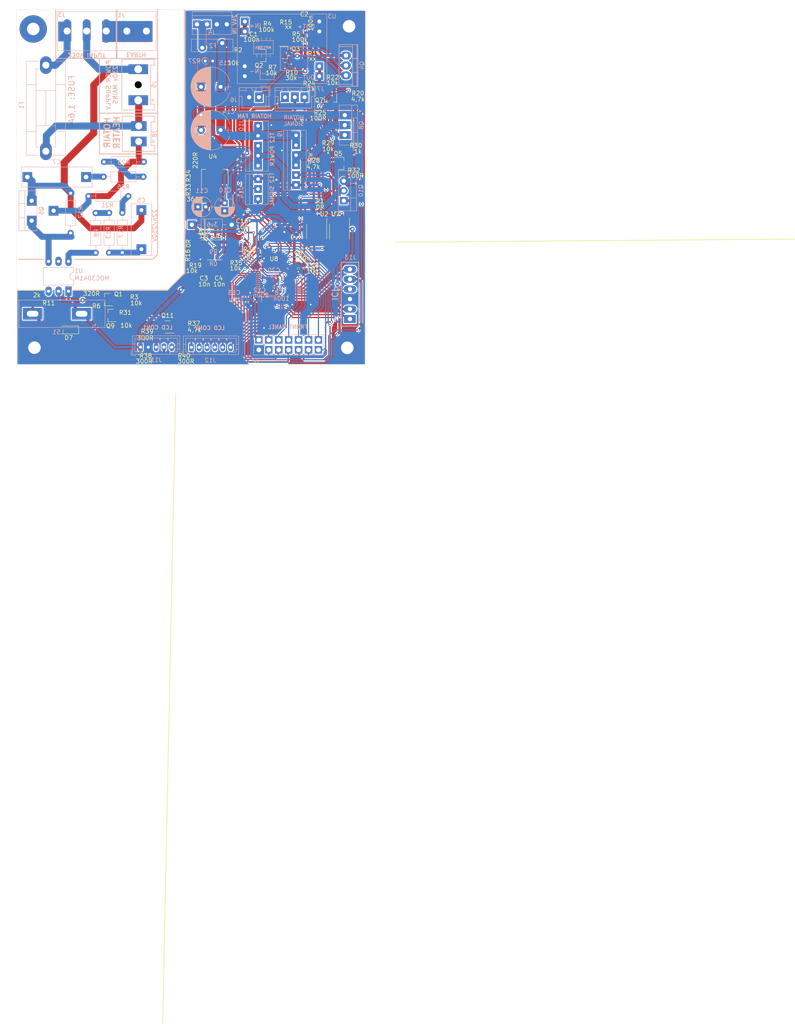
<source format=kicad_pcb>
(kicad_pcb (version 20211014) (generator pcbnew)
  (layers (0 "F.Cu" signal) (31 "B.Cu" signal) (36 "B.SilkS" user "B.Silkscreen") (37 "F.SilkS" user "F.Silkscreen") (38 "B.Mask" user) (39 "F.Mask" user) (44 "Edge.Cuts" user))
  (net 0 "")
  (net 1 "GND")
  (net 2 "Net-(C1-Pad1)")
  (net 3 "+24V")
  (net 4 "AC_230(N)")
  (net 5 "Net-(C5-Pad1)")
  (net 6 "Net-(C7-Pad1)")
  (net 7 "FAN_SUPPLY")
  (net 8 "+5V")
  (net 9 "+3V3")
  (net 10 "AC_230(L)")
  (net 11 "Net-(F2-Pad2)")
  (net 12 "SOLDER_ON_SW")
  (net 13 "HOTAIR_ON_SW")
  (net 14 "HOTAIR_FAN_DOWN_SW")
  (net 15 "HOTAIR_FAN_UP_SW")
  (net 16 "HOTAIR_UP_SW")
  (net 17 "HOTAIR_DOWN_SW")
  (net 18 "SOLDER_UP_SW")
  (net 19 "SOLDER_DOWN_SW")
  (net 20 "HOTAIR_REED_SW")
  (net 21 "Net-(J8-Pad1)")
  (net 22 "UART_DBG_TX")
  (net 23 "SWCLK")
  (net 24 "SWDIO")
  (net 25 "RST")
  (net 26 "Net-(Q1-Pad3)")
  (net 27 "Net-(Q1-Pad1)")
  (net 28 "Net-(Q6-Pad3)")
  (net 29 "Net-(Q7-Pad3)")
  (net 30 "Net-(Q7-Pad1)")
  (net 31 "Net-(Q8-Pad1)")
  (net 32 "Net-(Q9-Pad1)")
  (net 33 "HOTAIR_FAN_ADC")
  (net 34 "HOTAIR_HEATER_CTRL")
  (net 35 "Net-(R6-Pad2)")
  (net 36 "BUZZER")
  (net 37 "Net-(J1-Pad1)")
  (net 38 "Net-(R33-Pad1)")
  (net 39 "THERM_GND")
  (net 40 "HOTAIR_THERM")
  (net 41 "Net-(D7-Pad2)")
  (net 42 "Net-(D7-Pad1)")
  (net 43 "SOLDER_SELECT_SW")
  (net 44 "Net-(C3-Pad1)")
  (net 45 "IRON_T12_THERM")
  (net 46 "Net-(F1-Pad2)")
  (net 47 "MENU_DOWN_SW")
  (net 48 "SPI1_SCK")
  (net 49 "IRON_WEP_HEATER")
  (net 50 "IRON_WEP_THERM")
  (net 51 "Net-(Q2-Pad2)")
  (net 52 "Net-(Q3-Pad3)")
  (net 53 "Net-(Q3-Pad2)")
  (net 54 "Net-(Q5-Pad3)")
  (net 55 "Net-(Q5-Pad1)")
  (net 56 "Net-(Q10-Pad1)")
  (net 57 "Net-(R1-Pad2)")
  (net 58 "Net-(R13-Pad1)")
  (net 59 "Net-(R8-Pad1)")
  (net 60 "Net-(R17-Pad1)")
  (net 61 "MENU_OK_SW")
  (net 62 "Net-(R18-Pad1)")
  (net 63 "IRON_WEP_HEATER_CTRL")
  (net 64 "Net-(R23-Pad2)")
  (net 65 "IRON_T12_HEATER_CTRL")
  (net 66 "MENU_UP_SW")
  (net 67 "Net-(R36-Pad1)")
  (net 68 "SPI1_MISO")
  (net 69 "MAX31855_HOTAIR_CS")
  (net 70 "IRON_T12_HEATER")
  (net 71 "GND2")
  (net 72 "IRON_T12_MOTION_SW")
  (net 73 "Net-(J11-Pad3)")
  (net 74 "Net-(J11-Pad4)")
  (net 75 "LCD_RS")
  (net 76 "Net-(Q11-Pad1)")
  (net 77 "Net-(Q11-Pad3)")
  (net 78 "HOTAIR_FAN_PWM")
  (net 79 "HOTAIR_TEMP_ADC")
  (net 80 "IRON_T12_TEMP_ADC")
  (net 81 "LCD_BACKLIGHT_PWM")
  (net 84 "LCD_EN")
  (net 85 "LCD_D4")
  (net 86 "LCD_D5")
  (net 87 "LCD_D6")
  (net 88 "LCD_D7")
  (net 89 "MAX31855_IRON_CS")
  (net 90 "LCD_RW")
  (footprint "Capacitors:0805" (layer "F.Cu") (at 44.831 97.028)
    (fp_text reference "R31")
    (fp_text value "10k")
  )
  (footprint "Capacitors:0805" (layer "F.Cu") (at 62.611 76.71816 90)
    (fp_text reference "R18")
    (fp_text value "1k")
  )
  (footprint "Capacitors:0805" (layer "F.Cu") (at 36.83 92.075 180)
    (fp_text reference "R6")
    (fp_text value "320R")
  )
  (footprint "Package_TO_SOT_SMD:SOT-23" (layer "F.Cu") (at 41.148 96.139 180)
    (fp_text reference "Q9")
    (fp_text value "BC817")
  )
  (footprint "Package_TO_SOT_SMD:SOT-23" (layer "F.Cu") (at 40.259 92.075 180)
    (fp_text reference "Q1")
    (fp_text value "BC817")
  )
  (footprint "Capacitors:0805" (layer "F.Cu") (at 44.577 92.964 180)
    (fp_text reference "R3")
    (fp_text value "10k")
  )
  (footprint "Capacitors:0805" (layer "F.Cu") (at 72.39 76.454 90)
    (fp_text reference "C16")
    (fp_text value "100n")
  )
  (footprint "Capacitors:0805" (layer "F.Cu") (at 97.282 38.354)
    (fp_text reference "R22")
    (fp_text value "10k")
  )
  (footprint "Package_TO_SOT_SMD:SOT-23" (layer "F.Cu") (at 97.282 40.894 -90)
    (fp_text reference "Q7")
    (fp_text value "BC817")
  )
  (footprint "Capacitors:0805" (layer "F.Cu") (at 97.282 44.196 90)
    (fp_text reference "R25")
    (fp_text value "100R")
  )
  (footprint "Capacitors:0805" (layer "F.Cu") (at 100.965 40.005)
    (fp_text reference "R20")
    (fp_text value "4,7k")
  )
  (footprint "Capacitors:0805" (layer "F.Cu") (at 94.488 38.608 -90)
    (fp_text reference "R24")
    (fp_text value "1k")
  )
  (footprint "Package_TO_SOT_SMD:SOT-223-3_TabPin2" (layer "F.Cu") (at 67.691 60.706 90)
    (fp_text reference "U4")
    (fp_text value "AP1117-ADJ")
  )
  (footprint "Capacitors:0805" (layer "F.Cu") (at 62.611 63.881 -90)
    (fp_text reference "R33")
    (fp_text value "360R")
  )
  (footprint "Capacitors:0805" (layer "F.Cu") (at 62.611 60.579 -90)
    (fp_text reference "R34")
    (fp_text value "220R")
  )
  (footprint "Diodes_SMD:D_MiniMELF" (layer "F.Cu") (at 30.353 99.822 180)
    (fp_text reference "D7")
    (fp_text value "1N4148")
  )
  (footprint "Capacitors:0805" (layer "F.Cu") (at 22.098 92.583 180)
    (fp_text reference "R11")
    (fp_text value "2k")
  )
  (footprint "Capacitors:0805" (layer "F.Cu") (at 76.581 27.94 90)
    (fp_text reference "C1")
    (fp_text value "100n")
  )
  (footprint "Capacitors:0805" (layer "F.Cu") (at 90.424 21.59 90)
    (fp_text reference "C2")
    (fp_text value "100n")
  )
  (footprint "Capacitors:0805" (layer "F.Cu") (at 64.897 84.9122)
    (fp_text reference "C3")
    (fp_text value "10n")
  )
  (footprint "Capacitors:0805" (layer "F.Cu") (at 67.9958 84.9122 180)
    (fp_text reference "C4")
    (fp_text value "10n")
  )
  (footprint "Package_TO_SOT_SMD:SOT-23" (layer "F.Cu") (at 80.01 29.718)
    (fp_text reference "Q2")
    (fp_text value "BC807")
  )
  (footprint "Package_TO_SOT_SMD:SOT-23" (layer "F.Cu") (at 85.598 28.956)
    (fp_text reference "Q3")
    (fp_text value "BC817")
  )
  (footprint "Package_TO_SOT_SMD:SOT-23" (layer "F.Cu") (at 99.949 57.277)
    (fp_text reference "Q5")
    (fp_text value "BC817")
  )
  (footprint "Capacitors:0805" (layer "F.Cu") (at 92.71 68.326 -90)
    (fp_text reference "R1")
    (fp_text value "0R")
  )
  (footprint "Capacitors:0805" (layer "F.Cu") (at 73.6346 29.9974)
    (fp_text reference "R2")
    (fp_text value "10k")
  )
  (footprint "Capacitors:0805" (layer "F.Cu") (at 81.026 25.4 -90)
    (fp_text reference "R4")
    (fp_text value "100k")
  )
  (footprint "Capacitors:0805" (layer "F.Cu") (at 86.614 25.4 -90)
    (fp_text reference "R5")
    (fp_text value "100k")
  )
  (footprint "Capacitors:0805" (layer "F.Cu") (at 84.455 33.147 -90)
    (fp_text reference "R7")
    (fp_text value "10k")
  )
  (footprint "Capacitors:0805" (layer "F.Cu") (at 86.868 32.258 180)
    (fp_text reference "R10")
    (fp_text value "30k")
  )
  (footprint "Capacitors:0805" (layer "F.Cu") (at 90.805 30.988 -90)
    (fp_text reference "R14")
    (fp_text value "xx")
  )
  (footprint "Capacitors:0805" (layer "F.Cu") (at 88.265 21.59 -90)
    (fp_text reference "R15")
    (fp_text value "xx")
  )
  (footprint "Capacitors:0805" (layer "F.Cu") (at 62.357 80.899 90)
    (fp_text reference "R16")
    (fp_text value "0R")
  )
  (footprint "Capacitors:0805" (layer "F.Cu") (at 65.913 83.185 180)
    (fp_text reference "R19")
    (fp_text value "10k")
  )
  (footprint "Capacitors:0805" (layer "F.Cu") (at 95.504 57.277 -90)
    (fp_text reference "R28")
    (fp_text value "4,7k")
  )
  (footprint "Capacitors:0805" (layer "F.Cu") (at 97.282 57.277 90)
    (fp_text reference "R29")
    (fp_text value "10k")
  )
  (footprint "Capacitors:0805" (layer "F.Cu") (at 101.854 54.483 180)
    (fp_text reference "R30")
    (fp_text value "1k")
  )
  (footprint "Capacitors:0805" (layer "F.Cu") (at 103.2764 57.404 180)
    (fp_text reference "R32")
    (fp_text value "100R")
  )
  (footprint "Capacitors:0805" (layer "F.Cu") (at 69.342 83.185)
    (fp_text reference "R35")
    (fp_text value "10k")
  )
  (footprint "Capacitors:0805" (layer "F.Cu") (at 73.406 78.994)
    (fp_text reference "R36")
    (fp_text value "1k")
  )
  (footprint "Package_SO:SOIC-8_3.9x4.9mm_P1.27mm" (layer "F.Cu") (at 93.726 74.676 -90)
    (fp_text reference "U2")
    (fp_text value "MAX31855KASA")
  )
  (footprint "Package_SO:SOIC-8_3.9x4.9mm_P1.27mm" (layer "F.Cu") (at 99.568 74.676 -90)
    (fp_text reference "U7")
    (fp_text value "MAX31855KASA")
  )
  (footprint "Package_SO:SO-8_3.9x4.9mm_P1.27mm" (layer "F.Cu") (at 67.691 79.375)
    (fp_text reference "U6")
    (fp_text value "LM358")
  )
  (footprint "Package_QFP:LQFP-48_7x7mm_P0.5mm" (layer "F.Cu") (at 82.804 87.63 90)
    (fp_text reference "U8")
    (fp_text value "STM32F103C6Tx")
  )
  (footprint "Capacitors:0603" (layer "F.Cu") (at 90.424 84.074 -90)
    (fp_text reference "C18")
    (fp_text value "10u")
  )
  (footprint "Capacitors:0805" (layer "F.Cu") (at 53.467 107.188)
    (fp_text reference "R38")
    (fp_text value "300R")
  )
  (footprint "Capacitors:0805" (layer "F.Cu") (at 52.832 101.219 90)
    (fp_text reference "R39")
    (fp_text value "300R")
  )
  (footprint "Capacitors:0805" (layer "F.Cu") (at 56.642 107.188)
    (fp_text reference "R40")
    (fp_text value "300R")
  )
  (footprint "Capacitors:0805" (layer "F.Cu") (at 59.182 99.949)
    (fp_text reference "R37")
    (fp_text value "4,7k")
  )
  (footprint "Package_TO_SOT_SMD:SOT-23" (layer "F.Cu") (at 55.626 99.06 180)
    (fp_text reference "Q11")
    (fp_text value "BC817")
  )
  (footprint "Capacitors:0603" (layer "F.Cu") (at 89.027 84.074 -90)
    (fp_text reference "C6")
    (fp_text value "100n")
  )
  (footprint "My-Footprints:Screw-Terminal-5.00mm-2pin" (layer "B.Cu") (at 42.72 28.4734)
    (fp_text reference "J3")
    (fp_text value "EARTH_GND")
  )
  (footprint "My-Footprints:MP1584_Mini_3A_Step_Down_Conv" (layer "B.Cu") (at 73.4568 36.9062)
    (fp_text reference "U3")
    (fp_text value "MP1584-Step-Down")
  )
  (footprint "My-Footprints:Conn-01x04-N25-W4P" (layer "B.Cu") (at 72.136 18.542 180)
    (fp_text reference "J4")
    (fp_text value "24V_IN (NS-25 r2,54)")
  )
  (footprint "Capacitors_THT:CP_Radial_D5.0mm_P2.00mm" (layer "B.Cu") (at 65.3796 68.3768 180)
    (fp_text reference "C11")
    (fp_text value "100u/10V")
  )
  (footprint "Diode_THT:D_DO-41_SOD81_P10.16mm_Horizontal" (layer "B.Cu") (at 61.849 72.9488)
    (fp_text reference "D5")
    (fp_text value "3v6")
  )
  (footprint "Capacitors_THT:CP_Radial_D5.0mm_P2.00mm" (layer "B.Cu") (at 70.231 67.3915 -90)
    (fp_text reference "C10")
    (fp_text value "47u/10V")
  )
  (footprint "Resistor_THT:R_Axial_DIN0204_L3.6mm_D1.6mm_P1.90mm_Vertical" (layer "B.Cu") (at 65.262 31.115)
    (fp_text reference "R27")
    (fp_text value "0R")
  )
  (footprint "Housings_DIP:DIP-6_W7.62mm_LongPads" (layer "B.Cu") (at 30.305 89.914 90)
    (fp_text reference "U1")
    (fp_text value "MOC3041M")
  )
  (footprint "Resistors_ThroughHole:R_Axial_DIN0207_L6.3mm_D2.5mm_P10.16mm_Horizontal" (layer "B.Cu") (at 30.861 75.057 90)
    (fp_text reference "R12")
    (fp_text value "390R")
  )
  (footprint "My-Footprints:TO-220-3_Vertical" (layer "B.Cu") (at 20.9042 66.8274 -90)
    (fp_text reference "Q6")
    (fp_text value "BT139-600")
  )
  (footprint "My-Footprints:Conn-01x06" (layer "B.Cu") (at 102.235 97.028)
    (fp_text reference "J13")
    (fp_text value "ICP (goldpin r2,54)")
  )
  (footprint "My-Footprints:Conn-01x06-N25-W6P" (layer "B.Cu") (at 85.156 48.833 -90)
    (fp_text reference "J9")
    (fp_text value "WEP (r.2,54)")
  )
  (footprint "Package_TO_SOT_THT:TO-220-3_Vertical" (layer "B.Cu") (at 100.909 50.038 90)
    (fp_text reference "Q8")
    (fp_text value "FP3055LP")
  )
  (footprint "My-Footprints:Buzzer" (layer "B.Cu") (at 17.653 99.187)
    (fp_text reference "LS1")
    (fp_text value "BUZZER")
  )
  (footprint "Connectors_Hirose:Hirose_DF63-2P-3.96DSA_02x3.96mm_Straight" (layer "B.Cu") (at 48.26 51.689 90)
    (fp_text reference "J8")
    (fp_text value "HOTAIR_HEATER (PWZ-02S r.3,96)")
  )
  (footprint "Connectors_JST:JST_XH_B03B-XH-A_03x2.50mm_Straight" (layer "B.Cu") (at 90.638 40.369 180)
    (fp_text reference "J7")
    (fp_text value "HOTAIR_MEAS (JST r.2,5)")
  )
  (footprint "Connectors_Hirose:Hirose_DF63-3P-3.96DSA_03x3.96mm_Straight" (layer "B.Cu") (at 48.133 41.148 90)
    (fp_text reference "J5")
    (fp_text value "PSUPPLY (PWZ-02S r.3,96)")
  )
  (footprint "Capacitors_ThroughHole:CP_Radial_D10.0mm_P5.00mm" (layer "B.Cu") (at 69.175 37.719 180)
    (fp_text reference "C15")
    (fp_text value "330u/35V")
  )
  (footprint "Connectors_JST:JST_XH_B02B-XH-A_02x2.50mm_Straight" (layer "B.Cu") (at 78.974 40.369 180)
    (fp_text reference "J6")
    (fp_text value "HOTAIR_FAN (JST r,2,54)")
  )
  (footprint "My-Footprints:Conn-01x14" (layer "B.Cu") (at 77.1995 100.5175 -90)
    (fp_text reference "J2")
    (fp_text value "FRONT_PANEL (IDC r. 2,54)")
  )
  (footprint "Fuse_Holders_and_Fuses:Fuseholder5x20_horiz_SemiClosed_Casing10x25mm" (layer "B.Cu") (at 24.536 54.18 90)
    (fp_text reference "F1")
    (fp_text value "3,15A")
  )
  (footprint "Capacitors_THT:C_Rect_L18.0mm_W5.0mm_P15.00mm_FKS3_FKP3" (layer "B.Cu") (at 34.798 60.7568 180)
    (fp_text reference "C7")
    (fp_text value "10n/250V")
  )
  (footprint "Capacitor_THT:C_Rect_L13.0mm_W5.0mm_P10.00mm_FKS3_FKP3_MKS4" (layer "B.Cu") (at 48.9458 79.1972 90)
    (fp_text reference "C5")
    (fp_text value "22n/250V")
  )
  (footprint "My-Footprints:Screw-Terminal-5.00mm-3pin" (layer "B.Cu") (at 42.457 18.463 180)
    (fp_text reference "J1")
    (fp_text value "230VAC_IN")
  )
  (footprint "Capacitors:0805" (layer "B.Cu") (at 67.31 81.28 180)
    (fp_text reference "R9")
    (fp_text value "0R")
  )
  (footprint "Fuse:Fuse_Bourns_MF-RG500" (layer "B.Cu") (at 69.596 26.543 180)
    (fp_text reference "F2")
    (fp_text value "Polyfuse")
  )
  (footprint "Package_TO_SOT_THT:TO-220-3_Vertical" (layer "B.Cu") (at 100.655 66.802 90)
    (fp_text reference "Q10")
    (fp_text value "FP3055LP")
  )
  (footprint "Resistors_ThroughHole:R_Axial_DIN0207_L6.3mm_D2.5mm_P10.16mm_Horizontal" (layer "B.Cu") (at 44.069 69.9008 -90)
    (fp_text reference "R17")
    (fp_text value "200R")
  )
  (footprint "Resistors_ThroughHole:R_Axial_DIN0207_L6.3mm_D2.5mm_P10.16mm_Horizontal" (layer "B.Cu") (at 35.413 65.659)
    (fp_text reference "R21")
    (fp_text value "200R" hide)
  )
  (footprint "Resistors_ThroughHole:R_Axial_DIN0207_L6.3mm_D2.5mm_P10.16mm_Horizontal" (layer "B.Cu") (at 49.55 56.896 180)
    (fp_text reference "R23")
    (fp_text value "50R")
  )
  (footprint "Resistors_ThroughHole:R_Axial_DIN0207_L6.3mm_D2.5mm_P10.16mm_Horizontal" (layer "B.Cu") (at 49.423 60.706 180)
    (fp_text reference "R26")
    (fp_text value "50R")
  )
  (footprint "Resistors_ThroughHole:R_Axial_DIN0207_L6.3mm_D2.5mm_P10.16mm_Horizontal" (layer "B.Cu") (at 40.6908 69.9008 -90)
    (fp_text reference "R13")
    (fp_text value "200R")
  )
  (footprint "Resistors_ThroughHole:R_Axial_DIN0207_L6.3mm_D2.5mm_P10.16mm_Horizontal" (layer "B.Cu") (at 37.2618 80.1116 90)
    (fp_text reference "R8")
    (fp_text value "200R")
  )
  (footprint "Capacitors_ThroughHole:CP_Radial_D10.0mm_P5.00mm" (layer "B.Cu") (at 69.175 48.768 180)
    (fp_text reference "C14")
    (fp_text value "330u/35V")
  )
  (footprint "Power_Integrations:TO-220" (layer "B.Cu") (at 101.219 32.258 90)
    (fp_text reference "Q4")
    (fp_text value "Q_PMOS_GDS")
  )
  (footprint "Capacitor_SMD:C_0603_1608Metric" (layer "B.Cu") (at 79.502 81.534)
    (fp_text reference "C9")
    (fp_text value "100n")
  )
  (footprint "Capacitors:0603" (layer "B.Cu") (at 75.184 91.186 90)
    (fp_text reference "C13")
    (fp_text value "10u")
  )
  (footprint "Capacitors:0603" (layer "B.Cu") (at 82.804 88.773 180)
    (fp_text reference "C8")
    (fp_text value "100n")
  )
  (footprint "Connector:Conn-01x03-N25-W4P" (layer "B.Cu") (at 75.554 59.912 -90)
    (fp_text reference "J14")
    (fp_text value "T12_signal (NS-25 r2,54)")
  )
  (footprint "Connector_JST:JST_PH_B6B-PH-K_1x06_P2.00mm_Vertical" (layer "B.Cu") (at 61.722 104.267)
    (fp_text reference "J12")
    (fp_text value "LCD_CON1 (JST r.2.0)")
  )
  (footprint "Capacitors:0603" (layer "B.Cu") (at 79.502 80.01)
    (fp_text reference "C19")
    (fp_text value "10u" hide)
  )
  (footprint "Connector_JST:JST_PH_B5B-PH-K_1x05_P2.00mm_Vertical" (layer "B.Cu") (at 48.705 104.225)
    (fp_text reference "J11")
    (fp_text value "LCD_CON2 (JST r.2.0)")
  )
  (footprint "Capacitors:0603" (layer "B.Cu") (at 82.804 87.249 180)
    (fp_text reference "C20")
    (fp_text value "1u")
  )
  (footprint "Connector:Conn-01x05-N25-W4P" (layer "B.Cu") (at 75.554 46.323 -90)
    (fp_text reference "J10")
    (fp_text value "T12_power (NS-25 r2,54)")
  )
  (footprint "Capacitors:0603" (layer "B.Cu") (at 76.708 91.186 90)
    (fp_text reference "C12")
    (fp_text value "100n")
  )
  (gr_rect (start 77.9526 90.805) (end 80.137 92.4814) (layer "F.Cu") (width 0.2) (fill solid))
  (gr_rect (start 61.595 58.674) (end 73.152 52.832) (layer "F.Cu") (width 0.2) (fill solid))
  (gr_poly (pts (xy 51.724 26.214) (xy 39.024 26.214) (xy 39.024 21.014) (xy 51.724 21.014)) (layer "F.Cu") (width 0.1) (fill solid))
  (gr_rect (start 67.3735 52.832) (end 61.595 50.673) (layer "F.Cu") (width 0.2) (fill solid))
  (gr_rect (start 79.3242 90.297) (end 77.9526 90.805) (layer "F.Cu") (width 0.2) (fill solid))
  (gr_poly (pts (xy 30.9626 26.014) (xy 27.769 26.014) (xy 27.769 21.114) (xy 30.9626 21.114)) (layer "F.Cu") (width 0.1) (fill solid))
  (gr_rect (start 86.2838 84.3534) (end 87.757 84.9884) (layer "F.Cu") (width 0.2) (fill solid))
  (gr_poly (pts (xy 51.689 26.162) (xy 38.989 26.162) (xy 38.989 20.962) (xy 51.689 20.962)) (layer "B.Cu") (width 0.1) (fill solid))
  (gr_poly (pts (xy 30.9372 26.0648) (xy 27.7436 26.0648) (xy 27.7436 21.1648) (xy 30.9372 21.1648)) (layer "B.Cu") (width 0.1) (fill solid))
  (gr_line (start 53.086 44.45) (end 39.37 44.45) (layer "B.SilkS") (width 0.21))
  (gr_line (start 59.944 18.034) (end 59.944 85.344) (layer "B.SilkS") (width 0.21))
  (gr_line (start 39.37 30.48) (end 27.051 30.48) (layer "B.SilkS") (width 0.21))
  (gr_line (start 17.526 81.788) (end 23.876 81.788) (layer "B.SilkS") (width 0.21))
  (gr_line (start 42.545 18.034) (end 42.545 30.48) (layer "B.SilkS") (width 0.21))
  (gr_line (start 55.626 89.662) (end 31.496 89.662) (layer "B.SilkS") (width 0.21))
  (gr_line (start 51.816 81.788) (end 53.086 80.518) (layer "B.SilkS") (width 0.21))
  (gr_line (start 53.086 30.48) (end 39.37 30.48) (layer "B.SilkS") (width 0.21))
  (gr_line (start 27.051 30.48) (end 27.051 18.034) (layer "B.SilkS") (width 0.21))
  (gr_line (start 31.75 81.788) (end 51.816 81.788) (layer "B.SilkS") (width 0.21))
  (gr_line (start 53.086 54.864) (end 38.227 54.864) (layer "B.SilkS") (width 0.21))
  (gr_line (start 42.545 30.48) (end 42.672 30.48) (layer "B.SilkS") (width 0.21))
  (gr_line (start 59.944 85.344) (end 55.626 89.662) (layer "B.SilkS") (width 0.21))
  (gr_line (start 42.672 30.48) (end 42.672 18.034) (layer "B.SilkS") (width 0.21))
  (gr_line (start 38.227 54.864) (end 38.227 44.45) (layer "B.SilkS") (width 0.21))
  (gr_line (start 53.086 80.518) (end 53.086 18.034) (layer "B.SilkS") (width 0.21))
  (gr_line (start 38.227 44.45) (end 38.227 30.48) (layer "B.SilkS") (width 0.21))
  (gr_line (start 38.227 44.45) (end 39.37 44.45) (layer "B.SilkS") (width 0.21))
  (gr_line (start 31.496 89.662) (end 55.626 89.662) (layer "F.SilkS") (width 0.21))
  (gr_line (start 53.086 80.518) (end 51.816 81.788) (layer "F.SilkS") (width 0.21))
  (gr_line (start 17.272 89.662) (end 23.876 89.662) (layer "F.SilkS") (width 0.21))
  (gr_line (start 59.944 85.344) (end 59.944 18.034) (layer "F.SilkS") (width 0.21))
  (gr_line (start 17.526 81.788) (end 23.876 81.788) (layer "F.SilkS") (width 0.21))
  (gr_line (start 53.086 33.528) (end 53.086 18.034) (layer "F.SilkS") (width 0.21))
  (gr_line (start 57.7088 116.1034) (end 54.3814 277.0632) (layer "F.SilkS") (width 0.21))
  (gr_line (start 55.626 89.662) (end 59.944 85.344) (layer "F.SilkS") (width 0.21))
  (gr_line (start 53.086 33.528) (end 53.086 80.518) (layer "F.SilkS") (width 0.21))
  (gr_line (start 31.75 81.788) (end 51.816 81.788) (layer "F.SilkS") (width 0.21))
  (gr_line (start 113.6142 77.4192) (end 215.8746 76.6064) (layer "F.SilkS") (width 0.21))
  (gr_line (start 17.005 108.839) (end 17.005 89.662) (layer "Edge.Cuts") (width 0.05))
  (gr_line (start 106.299 108.839) (end 17.005 108.839) (layer "Edge.Cuts") (width 0.05))
  (gr_line (start 17.005 89.662) (end 17.005 17.964) (layer "Edge.Cuts") (width 0.05))
  (gr_line (start 17.005 17.964) (end 106.426 18.034) (layer "Edge.Cuts") (width 0.05))
  (gr_line (start 106.426 18.034) (end 106.299 108.839) (layer "Edge.Cuts") (width 0.05))
  (gr_text "LCD CON2" (at 66.421 99.314) (layer "B.SilkS") (effects (font (size 1 1) (thickness 0.2)) (justify mirror)))
  (gr_text "FRONT PANEL" (at 86.36 99.06) (layer "B.SilkS") (effects (font (size 1 1) (thickness 0.2)) (justify mirror)))
  (gr_text "HOTAIR\nSIGNAL" (at 87.884 46.355) (layer "B.SilkS") (effects (font (size 1 1) (thickness 0.16)) (justify mirror)))
  (gr_text "HOTAIR\nHEATER" (at 41.402 49.403 90) (layer "B.SilkS") (effects (font (size 1.5 1.5) (thickness 0.3)) (justify mirror)))
  (gr_text "EARTH" (at 47.625 29.464 180) (layer "B.SilkS") (effects (font (size 1.1 1.1) (thickness 0.2)) (justify mirror)))
  (gr_text "T12 SIGNAL" (at 82.296 63.881 90) (layer "B.SilkS") (effects (font (size 1 1) (thickness 0.2)) (justify mirror)))
  (gr_text "T12 POWER" (at 82.3976 53.6448 90) (layer "B.SilkS") (effects (font (size 1 1) (thickness 0.2)) (justify mirror)))
  (gr_text "WEP\n" (at 92.1766 56.0324 90) (layer "B.SilkS") (effects (font (size 1 1) (thickness 0.2)) (justify mirror)))
  (gr_text "24V IN" (at 72.771 21.717 90) (layer "B.SilkS") (effects (font (size 1 1) (thickness 0.2)) (justify mirror)))
  (gr_text "230V INPUT" (at 34.925 29.591 180) (layer "B.SilkS") (effects (font (size 1.1 1.1) (thickness 0.2)) (justify mirror)))
  (gr_text "LCD CON1\n" (at 53.086 99.187) (layer "B.SilkS") (effects (font (size 1 1) (thickness 0.2)) (justify mirror)))
  (gr_text "FUSE: 1,6A" (at 31.115 40.894 90) (layer "B.SilkS") (effects (font (size 1.5 1.5) (thickness 0.2)) (justify mirror)))
  (gr_text "ICP" (at 98.298 90.424 270) (layer "B.SilkS") (effects (font (size 1.5 1.5) (thickness 0.25)) (justify mirror)))
  (gr_text "HOTAIR FAN" (at 77.851 45.212) (layer "B.SilkS") (effects (font (size 1 1) (thickness 0.2)) (justify mirror)))
  (gr_text "POWER SUPPLY\n230v MAINS" (at 41.402 37.211 90) (layer "B.SilkS") (effects (font (size 1.1 1.1) (thickness 0.2)) (justify mirror)))
  (via (at 21.3092 22.9426) (size 7) (drill 3.2) (layers "F.Cu" "B.Cu") (net 0))
  (segment (start 80.137 88.519) (end 79.998 88.38) (width 0.3) (layer "F.Cu") (net 1))
  (segment (start 80.137 89.535) (end 80.137 88.519) (width 0.3) (layer "F.Cu") (net 1))
  (segment (start 89.027 84.92236) (end 90.424 84.92236) (width 0.7) (layer "F.Cu") (net 1))
  (segment (start 83.554 91.7925) (end 83.554 90.412) (width 0.3) (layer "F.Cu") (net 1))
  (segment (start 80.554 81.811) (end 80.277 81.534) (width 0.3) (layer "F.Cu") (net 1))
  (segment (start 83.554 91.7925) (end 83.554 92.825) (width 0.3) (layer "F.Cu") (net 1))
  (segment (start 89.027 84.92236) (end 88.82336 85.38) (width 0.3) (layer "F.Cu") (net 1))
  (segment (start 78.6415 88.38) (end 79.998 88.38) (width 0.3) (layer "F.Cu") (net 1))
  (segment (start 78.6415 89.88) (end 79.792 89.88) (width 0.3) (layer "F.Cu") (net 1))
  (segment (start 80.554 83.4675) (end 80.554 81.811) (width 0.3) (layer "F.Cu") (net 1))
  (segment (start 78.6415 89.88) (end 77.16564 89.88) (width 0.3) (layer "F.Cu") (net 1))
  (segment (start 78.6415 88.38) (end 77.609 88.38) (width 0.3) (layer "F.Cu") (net 1))
  (segment (start 77.16564 89.88) (end 76.708 90.33764) (width 0.3) (layer "F.Cu") (net 1))
  (segment (start 79.49 88.38) (end 79.502 88.392) (width 0.3) (layer "F.Cu") (net 1))
  (segment (start 82.931 89.789) (end 82.55 89.789) (width 0.3) (layer "F.Cu") (net 1))
  (segment (start 79.792 89.88) (end 80.137 89.535) (width 0.3) (layer "F.Cu") (net 1))
  (segment (start 83.554 90.412) (end 82.931 89.789) (width 0.3) (layer "F.Cu") (net 1))
  (segment (start 88.82336 85.38) (end 86.9665 85.38) (width 0.3) (layer "F.Cu") (net 1))
  (via (at 21.6154 104.3432) (size 7) (drill 3.2) (layers "F.Cu" "B.Cu") (net 1))
  (via (at 101.5492 104.394) (size 7) (drill 3.2) (layers "F.Cu" "B.Cu") (net 1))
  (via (at 80.137 88.519) (size 0.7) (drill 0.4) (layers "F.Cu" "B.Cu") (net 1))
  (via (at 96.647 54.61) (size 0.7) (drill 0.4) (layers "F.Cu" "B.Cu") (net 1))
  (via (at 76.708 90.33764) (size 0.7) (drill 0.4) (layers "F.Cu" "B.Cu") (net 1))
  (via (at 84.836 53.975) (size 0.7) (drill 0.4) (layers "F.Cu" "B.Cu") (net 1))
  (via (at 82.55 89.789) (size 0.7) (drill 0.4) (layers "F.Cu" "B.Cu") (net 1))
  (via (at 85.471 74.803) (size 1.2) (drill 0.5) (layers "F.Cu" "B.Cu") (net 1))
  (via (at 82.169 47.498) (size 0.7) (drill 0.4) (layers "F.Cu" "B.Cu") (net 1))
  (via (at 92.202 93.345) (size 0.7) (drill 0.4) (layers "F.Cu" "B.Cu") (net 1))
  (via (at 75.057 70.358) (size 1.2) (drill 0.5) (layers "F.Cu" "B.Cu") (net 1))
  (via (at 76.962 93.6244) (size 0.8) (drill 0.4) (layers "F.Cu" "B.Cu") (net 1))
  (via (at 80.277 81.534) (size 0.7) (drill 0.4) (layers "F.Cu" "B.Cu") (net 1))
  (via (at 87.503 93.345) (size 0.7) (drill 0.4) (layers "F.Cu" "B.Cu") (net 1))
  (via (at 64.008 81.788) (size 0.7) (drill 0.4) (layers "F.Cu" "B.Cu") (net 1))
  (via (at 80.264 99.314) (size 0.7) (drill 0.4) (layers "F.Cu" "B.Cu") (net 1))
  (via (at 89.027 84.92236) (size 0.7) (drill 0.4) (layers "F.Cu" "B.Cu") (net 1))
  (via (at 83.439 61.468) (size 1.2) (drill 0.5) (layers "F.Cu" "B.Cu") (net 1))
  (via (at 102.0064 22.2504) (size 7) (drill 3.2) (layers "F.Cu" "B.Cu") (net 1))
  (segment (start 82.20964 89.44864) (end 82.20964 87.249) (width 0.6) (layer "B.Cu") (net 1))
  (segment (start 80.277 81.534) (end 80.277 80.08336) (width 0.5) (layer "B.Cu") (net 1))
  (segment (start 75.184 90.33764) (end 76.708 90.33764) (width 0.3) (layer "B.Cu") (net 1))
  (segment (start 64.516 81.28) (end 64.008 81.788) (width 0.7) (layer "B.Cu") (net 1))
  (segment (start 66.41084 81.28) (end 64.516 81.28) (width 0.7) (layer "B.Cu") (net 1))
  (segment (start 82.55 89.789) (end 82.20964 89.44864) (width 0.6) (layer "B.Cu") (net 1))
  (segment (start 75.70216 29.718) (end 76.581 28.83916) (width 0.7) (layer "F.Cu") (net 2))
  (segment (start 74.43216 29.718) (end 75.70216 29.718) (width 0.7) (layer "F.Cu") (net 2))
  (segment (start 76.65216 28.768) (end 76.581 28.83916) (width 0.7) (layer "F.Cu") (net 2))
  (segment (start 79.01 28.768) (end 76.65216 28.768) (width 0.7) (layer "F.Cu") (net 2))
  (segment (start 75.3618 23.5712) (end 75.3618 21.0312) (width 1) (layer "F.Cu") (net 3))
  (segment (start 76.29144 24.50084) (end 75.3618 23.5712) (width 0.7) (layer "F.Cu") (net 3))
  (segment (start 75.3618 23.5712) (end 73.8128 23.5712) (width 1.8) (layer "F.Cu") (net 3))
  (segment (start 81.026 24.50084) (end 76.29144 24.50084) (width 0.7) (layer "F.Cu") (net 3))
  (segment (start 86.73084 24.384) (end 86.614 24.50084) (width 0.7) (layer "F.Cu") (net 3))
  (segment (start 73.8128 23.5712) (end 73.8128 23.5962) (width 1.8) (layer "F.Cu") (net 3))
  (segment (start 90.043 24.384) (end 95.377 29.718) (width 0.7) (layer "F.Cu") (net 3))
  (segment (start 90.043 24.384) (end 86.73084 24.384) (width 0.7) (layer "F.Cu") (net 3))
  (segment (start 69.175 48.768) (end 69.175 37.719) (width 2.2) (layer "F.Cu") (net 3))
  (segment (start 70.866 26.543) (end 69.596 26.543) (width 1.8) (layer "F.Cu") (net 3))
  (segment (start 81.026 24.50084) (end 86.614 24.50084) (width 0.7) (layer "F.Cu") (net 3))
  (segment (start 95.377 29.718) (end 101.219 29.718) (width 0.7) (layer "F.Cu") (net 3))
  (segment (start 73.8128 23.5962) (end 70.866 26.543) (width 1.8) (layer "F.Cu") (net 3))
  (segment (start 69.479 37.415) (end 69.479 26.66) (width 2.2) (layer "B.Cu") (net 3))
  (segment (start 70.64 50.233) (end 69.175 48.768) (width 2.2) (layer "B.Cu") (net 3))
  (segment (start 88.456 50.103) (end 78.754 50.103) (width 2.2) (layer "B.Cu") (net 3))
  (segment (start 69.479 26.66) (end 69.596 26.543) (width 2.2) (layer "B.Cu") (net 3))
  (segment (start 78.726 50.233) (end 70.64 50.233) (width 2.2) (layer "B.Cu") (net 3))
  (segment (start 69.175 37.719) (end 69.479 37.415) (width 2.2) (layer "B.Cu") (net 3))
  (segment (start 78.726 47.693) (end 78.726 50.233) (width 2.2) (layer "B.Cu") (net 3))
  (segment (start 88.456 50.103) (end 88.456 52.643) (width 2) (layer "B.Cu") (net 3))
  (segment (start 30.861 64.7446) (end 29.2354 63.119) (width 1.8) (layer "F.Cu") (net 4))
  (segment (start 36.7792 37.2618) (end 40.813 33.228) (width 1.8) (layer "F.Cu") (net 4))
  (segment (start 30.861 64.897) (end 30.861 64.7446) (width 1.5) (layer "F.Cu") (net 4))
  (segment (start 40.813 33.228) (end 48.133 33.228) (width 1.8) (layer "F.Cu") (net 4))
  (segment (start 35.8648 73.8632) (end 30.861 68.8594) (width 1.5) (layer "F.Cu") (net 4))
  (segment (start 48.9458 69.1972) (end 48.9458 71.9582) (width 1.5) (layer "F.Cu") (net 4))
  (segment (start 30.861 68.8594) (end 30.861 64.897) (width 1.5) (layer "F.Cu") (net 4))
  (segment (start 47.0408 73.8632) (end 35.8648 73.8632) (width 1.5) (layer "F.Cu") (net 4))
  (segment (start 48.9458 71.9582) (end 47.0408 73.8632) (width 1.5) (layer "F.Cu") (net 4))
  (segment (start 36.7792 49.5046) (end 36.7792 37.2618) (width 1.8) (layer "F.Cu") (net 4))
  (segment (start 29.2354 63.119) (end 29.2354 57.0484) (width 1.8) (layer "F.Cu") (net 4))
  (segment (start 29.2354 57.0484) (end 36.7792 49.5046) (width 1.8) (layer "F.Cu") (net 4))
  (segment (start 20.9296 62.9666) (end 20.9042 61.863) (width 2) (layer "B.Cu") (net 4))
  (segment (start 29.21 62.9666) (end 20.9296 62.9666) (width 1.5) (layer "B.Cu") (net 4))
  (segment (start 38.0794 33.228) (end 48.133 33.228) (width 1.8) (layer "B.Cu") (net 4))
  (segment (start 20.9042 66.8274) (end 20.9296 62.9666) (width 2) (layer "B.Cu") (net 4))
  (segment (start 34.9688 23.4734) (end 34.9688 30.1174) (width 1.8) (layer "B.Cu") (net 4))
  (segment (start 34.9688 30.1174) (end 38.0794 33.228) (width 1.8) (layer "B.Cu") (net 4))
  (segment (start 20.9042 61.863) (end 19.798 60.7568) (width 2) (layer "B.Cu") (net 4))
  (segment (start 31.105 64.8616) (end 29.21 62.9666) (width 1.5) (layer "B.Cu") (net 4))
  (segment (start 40.6908 80.0608) (end 48.0822 80.0608) (width 1.5) (layer "B.Cu") (net 5))
  (segment (start 48.0822 80.0608) (end 48.9458 79.1972) (width 1.5) (layer "B.Cu") (net 5))
  (segment (start 39.37 60.6552) (end 34.8996 60.6552) (width 1.5) (layer "B.Cu") (net 6))
  (segment (start 90.805 33.655) (end 90.805 31.88716) (width 0.7) (layer "F.Cu") (net 7))
  (segment (start 90.43416 32.258) (end 90.805 31.88716) (width 0.7) (layer "F.Cu") (net 7))
  (segment (start 87.76716 32.258) (end 90.43416 32.258) (width 0.7) (layer "F.Cu") (net 7))
  (via (at 90.805 33.655) (size 1.2) (drill 0.5) (layers "F.Cu" "B.Cu") (net 7))
  (segment (start 99.568 32.258) (end 101.219 32.258) (width 0.7) (layer "B.Cu") (net 7))
  (segment (start 86.9315 32.3215) (end 88.392 33.782) (width 0.7) (layer "B.Cu") (net 7))
  (segment (start 78.974 40.279) (end 86.9315 32.3215) (width 0.7) (layer "B.Cu") (net 7))
  (segment (start 90.678 33.782) (end 90.805 33.655) (width 0.7) (layer "B.Cu") (net 7))
  (segment (start 87.376 28.321) (end 95.631 28.321) (width 0.7) (layer "B.Cu") (net 7))
  (segment (start 86.106 29.591) (end 87.376 28.321) (width 0.7) (layer "B.Cu") (net 7))
  (segment (start 86.106 31.496) (end 86.106 29.591) (width 0.7) (layer "B.Cu") (net 7))
  (segment (start 88.392 33.782) (end 90.678 33.782) (width 0.7) (layer "B.Cu") (net 7))
  (segment (start 95.631 28.321) (end 99.568 32.258) (width 0.7) (layer "B.Cu") (net 7))
  (segment (start 86.9315 32.3215) (end 86.106 31.496) (width 0.7) (layer "B.Cu") (net 7))
  (segment (start 83.058 42.164) (end 83.058 38.354) (width 0.8) (layer "F.Cu") (net 8))
  (segment (start 94.488 37.70884) (end 94.488 36.576) (width 0.7) (layer "F.Cu") (net 8))
  (segment (start 68.33616 77.35316) (end 72.136 77.35316) (width 0.8) (layer "F.Cu") (net 8))
  (segment (start 67.945 68.58) (end 67.945 74.676) (width 0.8) (layer "F.Cu") (net 8))
  (segment (start 75.946 54.61) (end 75.946 45.212) (width 0.8) (layer "F.Cu") (net 8))
  (segment (start 70.266 77.47) (end 72.01916 77.47) (width 0.6) (layer "F.Cu") (net 8))
  (segment (start 103.632 54.229) (end 103.632 36.957) (width 0.7) (layer "F.Cu") (net 8))
  (segment (start 52.56784 107.188) (end 50.038 107.188) (width 0.6) (layer "F.Cu") (net 8))
  (segment (start 69.991 63.856) (end 69.991 67.1515) (width 1.2) (layer "F.Cu") (net 8))
  (segment (start 60.579 75.565) (end 60.579 88.011) (width 0.8) (layer "F.Cu") (net 8))
  (segment (start 60.579 88.011) (end 59.055 89.535) (width 0.8) (layer "F.Cu") (net 8))
  (segment (start 67.945 76.962) (end 68.33616 77.35316) (width 0.8) (layer "F.Cu") (net 8))
  (segment (start 70.231 67.3915) (end 69.1335 67.3915) (width 0.8) (layer "F.Cu") (net 8))
  (segment (start 103.378 54.483) (end 103.632 54.229) (width 0.7) (layer "F.Cu") (net 8))
  (segment (start 83.058 38.354) (end 84.836 36.576) (width 0.8) (layer "F.Cu") (net 8))
  (segment (start 61.468 74.676) (end 60.579 75.565) (width 0.8) (layer "F.Cu") (net 8))
  (segment (start 102.75316 54.483) (end 103.378 54.483) (width 0.7) (layer "F.Cu") (net 8))
  (segment (start 103.251 36.576) (end 94.488 36.576) (width 0.7) (layer "F.Cu") (net 8))
  (segment (start 77.978 43.18) (end 82.042 43.18) (width 0.8) (layer "F.Cu") (net 8))
  (segment (start 30.305 92.339) (end 33.653 95.687) (width 0.6) (layer "F.Cu") (net 8))
  (segment (start 48.705 105.855) (end 48.705 104.225) (width 0.6) (layer "F.Cu") (net 8))
  (segment (start 84.836 36.576) (end 94.488 36.576) (width 0.8) (layer "F.Cu") (net 8))
  (segment (start 30.305 89.914) (end 30.305 92.339) (width 0.6) (layer "F.Cu") (net 8))
  (segment (start 94.488 36.576) (end 94.488 32.5374) (width 0.7) (layer "F.Cu") (net 8))
  (segment (start 69.1335 67.3915) (end 67.945 68.58) (width 0.8) (layer "F.Cu") (net 8))
  (segment (start 50.038 107.188) (end 48.705 105.855) (width 0.6) (layer "F.Cu") (net 8))
  (segment (start 72.01916 77.47) (end 72.136 77.35316) (width 0.6) (layer "F.Cu") (net 8))
  (segment (start 69.991 67.1515) (end 70.231 67.3915) (width 1.2) (layer "F.Cu") (net 8))
  (segment (start 22.99716 92.583) (end 30.061 92.583) (width 0.6) (layer "F.Cu") (net 8))
  (segment (start 103.632 36.957) (end 103.251 36.576) (width 0.7) (layer "F.Cu") (net 8))
  (segment (start 67.945 74.676) (end 61.468 74.676) (width 0.8) (layer "F.Cu") (net 8))
  (segment (start 30.061 92.583) (end 30.305 92.339) (width 0.6) (layer "F.Cu") (net 8))
  (segment (start 75.946 45.212) (end 77.978 43.18) (width 0.8) (layer "F.Cu") (net 8))
  (segment (start 82.042 43.18) (end 83.058 42.164) (width 0.8) (layer "F.Cu") (net 8))
  (segment (start 67.945 74.676) (end 67.945 76.962) (width 0.8) (layer "F.Cu") (net 8))
  (via (at 59.055 89.535) (size 1.2) (drill 0.5) (layers "F.Cu" "B.Cu") (net 8))
  (via (at 75.946 54.61) (size 1.2) (drill 0.5) (layers "F.Cu" "B.Cu") (net 8))
  (segment (start 48.705 99.885) (end 59.055 89.535) (width 1) (layer "B.Cu") (net 8))
  (segment (start 42.191 104.225) (end 33.653 95.687) (width 0.6) (layer "B.Cu") (net 8))
  (segment (start 70.231 67.3915) (end 70.231 60.579) (width 0.8) (layer "B.Cu") (net 8))
  (segment (start 48.705 104.225) (end 42.191 104.225) (width 0.6) (layer "B.Cu") (net 8))
  (segment (start 70.231 60.325) (end 75.946 54.61) (width 0.8) (layer "B.Cu") (net 8))
  (segment (start 48.705 104.225) (end 48.705 99.885) (width 1) (layer "B.Cu") (net 8))
  (segment (start 70.231 60.579) (end 70.231 60.325) (width 0.8) (layer "B.Cu") (net 8))
  (segment (start 80.054 90.634) (end 80.054 90.38) (width 0.3) (layer "F.Cu") (net 9))
  (segment (start 79.883 82.804) (end 79.883 84.836) (width 0.4) (layer "F.Cu") (net 9))
  (segment (start 86.9665 84.4265) (end 86.9665 84.27014) (width 0.4) (layer "F.Cu") (net 9))
  (segment (start 81.026 85.979) (end 83.185 85.979) (width 0.4) (layer "F.Cu") (net 9))
  (segment (start 84.054 88.92064) (end 84.054 91.7925) (width 0.3) (layer "F.Cu") (net 9))
  (segment (start 68.44284 79.49184) (end 67.437 78.486) (width 0.6) (layer "F.Cu") (net 9))
  (segment (start 97.282 74.041) (end 91.821 74.041) (width 0.6) (layer "F.Cu") (net 9))
  (segment (start 80.054 82.975) (end 79.502 82.423) (width 0.3) (layer "F.Cu") (net 9))
  (segment (start 90.551 74.041) (end 90.043 74.041) (width 0.7) (layer "F.Cu") (net 9))
  (segment (start 87.63 84.8106) (end 85.09 84.8106) (width 0.4) (layer "F.Cu") (net 9))
  (segment (start 67.691 63.856) (end 67.691 66.2125) (width 1.2) (layer "F.Cu") (net 9))
  (segment (start 65.4505 70.8205) (end 65.4505 68.453) (width 1.2) (layer "F.Cu") (net 9))
  (segment (start 90.043 74.041) (end 88.011 76.073) (width 0.7) (layer "F.Cu") (net 9))
  (segment (start 86.9665 84.4265) (end 86.9665 84.6105) (width 0.4) (layer "F.Cu") (net 9))
  (segment (start 83.185 85.979) (end 83.566 86.36) (width 0.4) (layer "F.Cu") (net 9))
  (segment (start 73.914 74.676) (end 76.581 71.882) (width 0.8) (layer "F.Cu") (net 9))
  (segment (start 97.663 72.201) (end 97.663 73.66) (width 0.6) (layer "F.Cu") (net 9))
  (segment (start 88.47836 83.22564) (end 88.011 83.22564) (width 0.6) (layer "F.Cu") (net 9))
  (segment (start 66.81216 83.185) (end 68.44284 83.185) (width 0.6) (layer "F.Cu") (net 9))
  (segment (start 102.235 94.488) (end 100.203 94.488) (width 0.6) (layer "F.Cu") (net 9))
  (segment (start 78.6415 90.38) (end 78.6415 91.7925) (width 0.3) (layer "F.Cu") (net 9))
  (segment (start 80.054 85.007) (end 81.026 85.979) (width 0.4) (layer "F.Cu") (net 9))
  (segment (start 88.011 76.073) (end 88.011 83.22564) (width 0.7) (layer "F.Cu") (net 9))
  (segment (start 67.691 66.2125) (end 65.4505 68.453) (width 1.2) (layer "F.Cu") (net 9))
  (segment (start 62.611 72.771) (end 63.5 72.771) (width 1.2) (layer "F.Cu") (net 9))
  (segment (start 91.821 74.041) (end 90.551 74.041) (width 0.6) (layer "F.Cu") (net 9))
  (segment (start 79.883 84.836) (end 80.054 85.007) (width 0.4) (layer "F.Cu") (net 9))
  (segment (start 83.947 88.73236) (end 83.90636 88.773) (width 0.3) (layer "F.Cu") (net 9))
  (segment (start 68.44284 79.74584) (end 68.44284 79.49184) (width 0.6) (layer "F.Cu") (net 9))
  (segment (start 80.054 91.7925) (end 78.6415 91.7925) (width 0.3) (layer "F.Cu") (net 9))
  (segment (start 67.691 63.856) (end 67.691 57.556) (width 1.2) (layer "F.Cu") (net 9))
  (segment (start 86.9665 84.27014) (end 88.011 83.22564) (width 0.4) (layer "F.Cu") (net 9))
  (segment (start 83.90636 88.773) (end 81.915 88.773) (width 0.4) (layer "F.Cu") (net 9))
  (segment (start 88.011 83.22564) (end 90.424 83.22564) (width 0.7) (layer "F.Cu") (net 9))
  (segment (start 63.856 57.556) (end 62.611 58.801) (width 0.7) (layer "F.Cu") (net 9))
  (segment (start 78.2605 91.7925) (end 77.978 92.075) (width 0.5) (layer "F.Cu") (net 9))
  (segment (start 79.502 82.423) (end 79.883 82.804) (width 0.4) (layer "F.Cu") (net 9))
  (segment (start 86.9665 84.6105) (end 86.9665 84.88) (width 0.3) (layer "F.Cu") (net 9))
  (segment (start 91.821 74.041) (end 91.821 72.201) (width 0.6) (layer "F.Cu") (net 9))
  (segment (start 83.90636 88.773) (end 84.054 88.92064) (width 0.3) (layer "F.Cu") (net 9))
  (segment (start 81.915 88.773) (end 80.054 90.634) (width 0.4) (layer "F.Cu") (net 9))
  (segment (start 80.054 90.634) (end 79.4326 90.634) (width 0.3) (layer "F.Cu") (net 9))
  (segment (start 83.566 86.36) (end 83.947 86.741) (width 0.4) (layer "F.Cu") (net 9))
  (segment (start 90.424 83.22564) (end 89.027 83.22564) (width 0.3) (layer "F.Cu") (net 9))
  (segment (start 99.187 93.472) (end 99.06 93.345) (width 0.6) (layer "F.Cu") (net 9))
  (segment (start 86.9665 84.88) (end 87.586 84.88) (width 0.3) (layer "F.Cu") (net 9))
  (segment (start 100.203 94.488) (end 99.187 93.472) (width 0.6) (layer "F.Cu") (net 9))
  (segment (start 102.87 74.041) (end 97.282 74.041) (width 0.6) (layer "F.Cu") (net 9))
  (segment (start 67.691 57.556) (end 63.856 57.556) (width 0.7) (layer "F.Cu") (net 9))
  (segment (start 97.663 73.66) (end 97.282 74.041) (width 0.6) (layer "F.Cu") (net 9))
  (segment (start 68.44284 83.185) (end 68.44284 79.74584) (width 0.6) (layer "F.Cu") (net 9))
  (segment (start 83.947 86.741) (end 83.947 88.73236) (width 0.4) (layer "F.Cu") (net 9))
  (segment (start 63.5 72.771) (end 65.4505 70.8205) (width 1.2) (layer "F.Cu") (net 9))
  (segment (start 80.054 90.38) (end 78.6415 90.38) (width 0.3) (layer "F.Cu") (net 9))
  (segment (start 85.09 84.836) (end 83.566 86.36) (width 0.4) (layer "F.Cu") (net 9))
  (segment (start 80.054 83.4675) (end 80.054 85.007) (width 0.3) (layer "F.Cu") (net 9))
  (segment (start 62.611 58.801) (end 62.611 59.67984) (width 0.7) (layer "F.Cu") (net 9))
  (segment (start 99.06 93.345) (end 99.06 88.011) (width 0.6) (layer "F.Cu") (net 9))
  (segment (start 78.6415 91.7925) (end 78.2605 91.7925) (width 0.5) (layer "F.Cu") (net 9))
  (segment (start 80.054 91.7925) (end 80.054 90.634) (width 0.3) (layer "F.Cu") (net 9))
  (via (at 99.06 88.011) (size 1.2) (drill 0.5) (layers "F.Cu" "B.Cu") (net 9))
  (via (at 79.502 82.423) (size 0.7) (drill 0.4) (layers "F.Cu" "B.Cu") (net 9))
  (via (at 76.581 71.882) (size 1.2) (drill 0.5) (layers "F.Cu" "B.Cu") (net 9))
  (via (at 67.437 78.486) (size 0.7) (drill 0.4) (layers "F.Cu" "B.Cu") (net 9))
  (via (at 83.90636 88.773) (size 0.7) (drill 0.4) (layers "F.Cu" "B.Cu") (net 9))
  (via (at 88.011 76.073) (size 1.2) (drill 0.5) (layers "F.Cu" "B.Cu") (net 9))
  (via (at 77.978 92.075) (size 0.7) (drill 0.4) (layers "F.Cu" "B.Cu") (net 9))
  (via (at 102.87 74.041) (size 1.2) (drill 0.5) (layers "F.Cu" "B.Cu") (net 9))
  (via (at 73.914 74.676) (size 1.2) (drill 0.5) (layers "F.Cu" "B.Cu") (net 9))
  (segment (start 75.184 92.03436) (end 76.708 92.03436) (width 0.3) (layer "B.Cu") (net 9))
  (segment (start 83.90636 88.773) (end 83.90636 87.249) (width 0.3) (layer "B.Cu") (net 9))
  (segment (start 99.06 84.074) (end 102.87 80.264) (width 0.6) (layer "B.Cu") (net 9))
  (segment (start 76.581 71.882) (end 78.486 71.882) (width 0.8) (layer "B.Cu") (net 9))
  (segment (start 76.581 71.882) (end 79.375 71.882) (width 0.8) (layer "B.Cu") (net 9))
  (segment (start 102.87 80.264) (end 102.87 74.041) (width 0.6) (layer "B.Cu") (net 9))
  (segment (start 64.897 74.676) (end 74.041 74.676) (width 0.8) (layer "B.Cu") (net 9))
  (segment (start 99.06 88.011) (end 99.06 84.074) (width 0.6) (layer "B.Cu") (net 9))
  (segment (start 77.978 92.075) (end 76.74864 92.075) (width 0.3) (layer "B.Cu") (net 9))
  (segment (start 79.375 71.882) (end 80.391 70.866) (width 0.8) (layer "B.Cu") (net 9))
  (segment (start 88.011 75.057) (end 88.011 76.073) (width 0.8) (layer "B.Cu") (net 9))
  (segment (start 78.727 81.648) (end 79.502 82.423) (width 0.5) (layer "B.Cu") (net 9))
  (segment (start 63.754 74.676) (end 64.897 74.676) (width 0.8) (layer "B.Cu") (net 9))
  (segment (start 74.041 74.676) (end 73.914 74.676) (width 0.8) (layer "B.Cu") (net 9))
  (segment (start 77.978 101.523) (end 78.8225 102.3675) (width 0.6) (layer "B.Cu") (net 9))
  (segment (start 77.978 92.075) (end 75.22464 92.075) (width 0.6) (layer "B.Cu") (net 9))
  (segment (start 83.82 70.866) (end 88.011 75.057) (width 0.8) (layer "B.Cu") (net 9))
  (segment (start 78.65364 81.46064) (end 78.65364 80.01) (width 0.5) (layer "B.Cu") (net 9))
  (segment (start 77.978 92.075) (end 77.978 101.523) (width 0.6) (layer "B.Cu") (net 9))
  (segment (start 78.486 79.84236) (end 78.486 71.882) (width 0.4) (layer "B.Cu") (net 9))
  (segment (start 67.437 78.486) (end 64.897 75.946) (width 0.35) (layer "B.Cu") (net 9))
  (segment (start 61.849 72.771) (end 63.754 74.676) (width 0.8) (layer "B.Cu") (net 9))
  (segment (start 80.391 70.866) (end 83.82 70.866) (width 0.8) (layer "B.Cu") (net 9))
  (segment (start 64.897 75.946) (end 64.897 74.676) (width 0.35) (layer "B.Cu") (net 9))
  (segment (start 48.26 47.729) (end 48.26 41.275) (width 1.8) (layer "F.Cu") (net 10))
  (segment (start 48.26 47.729) (end 27.074 47.729) (width 1.8) (layer "B.Cu") (net 10))
  (segment (start 24.6634 50.1396) (end 24.6634 54.0526) (width 1.8) (layer "B.Cu") (net 10))
  (segment (start 27.074 47.729) (end 24.6634 50.1396) (width 1.8) (layer "B.Cu") (net 10))
  (segment (start 64.369 22.0026) (end 64.369 27.616) (width 1.8) (layer "F.Cu") (net 11))
  (segment (start 65.7114 21.7428) (end 64.1092 21.7428) (width 1) (layer "F.Cu") (net 11))
  (segment (start 64.369 27.616) (end 64.496 27.743) (width 1.8) (layer "F.Cu") (net 11))
  (segment (start 64.369 26.9686) (end 64.369 22.0026) (width 1) (layer "F.Cu") (net 11))
  (segment (start 64.369 22.0026) (end 64.1092 21.7428) (width 1) (layer "F.Cu") (net 11))
  (segment (start 64.1092 21.7428) (end 63.1714 21.7428) (width 1) (layer "F.Cu") (net 11))
  (segment (start 64.496 21.864) (end 64.618 21.742) (width 1.3) (layer "B.Cu") (net 11))
  (segment (start 64.618 21.742) (end 65.686 21.742) (width 1.3) (layer "B.Cu") (net 11))
  (segment (start 64.496 27.743) (end 64.496 21.864) (width 2) (layer "B.Cu") (net 11))
  (segment (start 63.146 21.742) (end 65.686 21.742) (width 1.3) (layer "B.Cu") (net 11))
  (segment (start 82.054 78.498) (end 81.28 77.724) (width 0.3) (layer "F.Cu") (net 12))
  (segment (start 96.012 106.172) (end 96.012 98.171) (width 0.3) (layer "F.Cu") (net 12))
  (segment (start 92.202 106.68) (end 95.504 106.68) (width 0.3) (layer "F.Cu") (net 12))
  (segment (start 91.6495 104.9075) (end 91.6495 106.1275) (width 0.3) (layer "F.Cu") (net 12))
  (segment (start 95.504 106.68) (end 96.012 106.172) (width 0.3) (layer "F.Cu") (net 12))
  (segment (start 82.054 83.4675) (end 82.054 78.498) (width 0.3) (layer "F.Cu") (net 12))
  (segment (start 96.393 97.79) (end 97.536 97.79) (width 0.3) (layer "F.Cu") (net 12))
  (segment (start 96.012 98.171) (end 96.393 97.79) (width 0.3) (layer "F.Cu") (net 12))
  (segment (start 91.6495 106.1275) (end 92.202 106.68) (width 0.3) (layer "F.Cu") (net 12))
  (via (at 97.536 97.79) (size 0.7) (drill 0.4) (layers "F.Cu" "B.Cu") (net 12))
  (via (at 81.28 77.724) (size 0.7) (drill 0.4) (layers "F.Cu" "B.Cu") (net 12))
  (segment (start 97.536 97.79) (end 97.536 94.615) (width 0.3) (layer "B.Cu") (net 12))
  (segment (start 97.536 94.615) (end 97.155 94.234) (width 0.3) (layer "B.Cu") (net 12))
  (segment (start 81.28 77.724) (end 89.281 77.724) (width 0.3) (layer "B.Cu") (net 12))
  (segment (start 89.281 77.724) (end 97.155 85.598) (width 0.3) (layer "B.Cu") (net 12))
  (segment (start 97.155 85.598) (end 97.155 94.234) (width 0.3) (layer "B.Cu") (net 12))
  (segment (start 74.168 103.124) (end 82.054 95.238) (width 0.3) (layer "F.Cu") (net 13))
  (segment (start 75.184 107.315) (end 74.168 106.299) (width 0.3) (layer "F.Cu") (net 13))
  (segment (start 83.058 107.315) (end 75.184 107.315) (width 0.3) (layer "F.Cu") (net 13))
  (segment (start 74.168 106.299) (end 74.168 103.124) (width 0.3) (layer "F.Cu") (net 13))
  (segment (start 83.9025 106.4705) (end 83.058 107.315) (width 0.3) (layer "F.Cu") (net 13))
  (segment (start 83.9025 104.9075) (end 83.9025 106.4705) (width 0.3) (layer "F.Cu") (net 13))
  (segment (start 82.054 91.7925) (end 82.054 95.238) (width 0.3) (layer "F.Cu") (net 13))
  (segment (start 74.93 107.95) (end 73.533 106.553) (width 0.3) (layer "F.Cu") (net 14))
  (segment (start 86.4425 107.7405) (end 86.233 107.95) (width 0.3) (layer "F.Cu") (net 14))
  (segment (start 81.554 94.849) (end 81.554 91.7925) (width 0.3) (layer "F.Cu") (net 14))
  (segment (start 86.4425 104.9075) (end 86.4425 107.7405) (width 0.3) (layer "F.Cu") (net 14))
  (segment (start 86.233 107.95) (end 74.93 107.95) (width 0.3) (layer "F.Cu") (net 14))
  (segment (start 73.533 102.87) (end 81.554 94.849) (width 0.3) (layer "F.Cu") (net 14))
  (segment (start 73.533 106.553) (end 73.533 102.87) (width 0.3) (layer "F.Cu") (net 14))
  (segment (start 75.057 102.997) (end 75.057 106.299) (width 0.3) (layer "F.Cu") (net 15))
  (segment (start 75.057 106.299) (end 75.565 106.807) (width 0.3) (layer "F.Cu") (net 15))
  (segment (start 82.554 95.5) (end 75.057 102.997) (width 0.3) (layer "F.Cu") (net 15))
  (segment (start 75.565 106.807) (end 81.153 106.807) (width 0.3) (layer "F.Cu") (net 15))
  (segment (start 81.153 106.807) (end 81.4895 106.4705) (width 0.3) (layer "F.Cu") (net 15))
  (segment (start 81.4895 106.4705) (end 81.4895 104.9075) (width 0.3) (layer "F.Cu") (net 15))
  (segment (start 82.554 91.7925) (end 82.554 95.5) (width 0.3) (layer "F.Cu") (net 15))
  (segment (start 81.554 79.395) (end 80.645 78.486) (width 0.3) (layer "F.Cu") (net 16))
  (segment (start 90.678 107.442) (end 96.012 107.442) (width 0.3) (layer "F.Cu") (net 16))
  (segment (start 89.1095 104.9075) (end 89.1095 105.8735) (width 0.3) (layer "F.Cu") (net 16))
  (segment (start 97.155 106.299) (end 97.155 98.679) (width 0.3) (layer "F.Cu") (net 16))
  (segment (start 81.554 83.4675) (end 81.554 79.395) (width 0.3) (layer "F.Cu") (net 16))
  (segment (start 96.012 107.442) (end 97.155 106.299) (width 0.3) (layer "F.Cu") (net 16))
  (segment (start 89.1095 105.8735) (end 90.678 107.442) (width 0.3) (layer "F.Cu") (net 16))
  (via (at 97.155 98.679) (size 0.7) (drill 0.4) (layers "F.Cu" "B.Cu") (net 16))
  (via (at 80.645 78.486) (size 0.7) (drill 0.4) (layers "F.Cu" "B.Cu") (net 16))
  (segment (start 96.647 85.979) (end 96.647 98.171) (width 0.3) (layer "B.Cu") (net 16))
  (segment (start 89.154 78.486) (end 96.647 85.979) (width 0.3) (layer "B.Cu") (net 16))
  (segment (start 80.645 78.486) (end 89.154 78.486) (width 0.3) (layer "B.Cu") (net 16))
  (segment (start 96.647 98.171) (end 97.155 98.679) (width 0.3) (layer "B.Cu") (net 16))
  (segment (start 84.554 91.7925) (end 84.554 94.516) (width 0.3) (layer "F.Cu") (net 17))
  (segment (start 81.407 97.663) (end 81.407 102.285) (width 0.3) (layer "F.Cu") (net 17))
  (segment (start 84.554 94.516) (end 81.407 97.663) (width 0.3) (layer "F.Cu") (net 17))
  (segment (start 85.598 80.01) (end 84.054 81.554) (width 0.3) (layer "F.Cu") (net 18))
  (segment (start 85.598 79.883) (end 85.598 80.01) (width 0.3) (layer "F.Cu") (net 18))
  (segment (start 84.054 81.554) (end 84.054 83.4675) (width 0.3) (layer "F.Cu") (net 18))
  (via (at 85.598 79.883) (size 0.7) (drill 0.4) (layers "F.Cu" "B.Cu") (net 18))
  (segment (start 94.1895 95.1675) (end 94.1895 102.3675) (width 0.3) (layer "B.Cu") (net 18))
  (segment (start 88.646 79.883) (end 95.377 86.614) (width 0.3) (layer "B.Cu") (net 18))
  (segment (start 85.598 79.883) (end 88.646 79.883) (width 0.3) (layer "B.Cu") (net 18))
  (segment (start 95.377 86.614) (end 95.377 93.98) (width 0.3) (layer "B.Cu") (net 18))
  (segment (start 95.377 93.98) (end 94.1895 95.1675) (width 0.3) (layer "B.Cu") (net 18))
  (segment (start 85.054 83.4675) (end 85.054 82.1796) (width 0.3) (layer "F.Cu") (net 19))
  (segment (start 86.9188 81.1784) (end 86.9188 81.1276) (width 0.3) (layer "F.Cu") (net 19))
  (segment (start 85.9028 81.3308) (end 86.7664 81.3308) (width 0.3) (layer "F.Cu") (net 19))
  (segment (start 85.054 82.1796) (end 85.9028 81.3308) (width 0.3) (layer "F.Cu") (net 19))
  (segment (start 86.7664 81.3308) (end 86.9188 81.1784) (width 0.3) (layer "F.Cu") (net 19))
  (via (at 86.9188 81.1276) (size 0.8) (drill 0.4) (layers "F.Cu" "B.Cu") (net 19))
  (segment (start 86.9188 81.1276) (end 89.0016 81.1276) (width 0.3) (layer "B.Cu") (net 19))
  (segment (start 89.0016 81.1276) (end 94.742 86.868) (width 0.3) (layer "B.Cu") (net 19))
  (segment (start 94.742 93.599) (end 91.6495 96.6915) (width 0.3) (layer "B.Cu") (net 19))
  (segment (start 91.6495 96.6915) (end 91.6495 102.3675) (width 0.3) (layer "B.Cu") (net 19))
  (segment (start 94.742 86.868) (end 94.742 93.599) (width 0.3) (layer "B.Cu") (net 19))
  (segment (start 85.471 86.741) (end 85.471 85.725) (width 0.3) (layer "F.Cu") (net 20))
  (segment (start 85.61 86.88) (end 85.471 86.741) (width 0.3) (layer "F.Cu") (net 20))
  (segment (start 86.9665 86.88) (end 87.91 86.88) (width 0.3) (layer "F.Cu") (net 20))
  (segment (start 77.597 74.93) (end 75.565 74.93) (width 0.4) (layer "F.Cu") (net 20))
  (segment (start 86.9665 86.88) (end 85.61 86.88) (width 0.3) (layer "F.Cu") (net 20))
  (via (at 77.597 74.93) (size 0.7) (drill 0.4) (layers "F.Cu" "B.Cu") (net 20))
  (via (at 75.565 74.93) (size 0.7) (drill 0.4) (layers "F.Cu" "B.Cu") (net 20))
  (via (at 85.471 85.725) (size 0.7) (drill 0.4) (layers "F.Cu" "B.Cu") (net 20))
  (segment (start 63.246 46.482) (end 62.23 45.466) (width 0.3) (layer "B.Cu") (net 20))
  (segment (start 63.246 43.053) (end 82.954 43.053) (width 0.3) (layer "B.Cu") (net 20))
  (segment (start 76.962 56.134) (end 76.962 53.848) (width 0.3) (layer "B.Cu") (net 20))
  (segment (start 76.327 80.518) (end 81.026 85.217) (width 0.3) (layer "B.Cu") (net 20))
  (segment (start 67.31 47.498) (end 66.294 46.482) (width 0.3) (layer "B.Cu") (net 20))
  (segment (start 72.517 60.579) (end 76.962 56.134) (width 0.3) (layer "B.Cu") (net 20))
  (segment (start 77.597 74.93) (end 77.597 77.978) (width 0.3) (layer "B.Cu") (net 20))
  (segment (start 76.962 53.848) (end 76.073 52.959) (width 0.3) (layer "B.Cu") (net 20))
  (segment (start 82.954 43.053) (end 85.638 40.369) (width 0.3) (layer "B.Cu") (net 20))
  (segment (start 76.327 79.248) (end 76.327 80.518) (width 0.3) (layer "B.Cu") (net 20))
  (segment (start 62.23 45.466) (end 62.23 44.069) (width 0.3) (layer "B.Cu") (net 20))
  (segment (start 66.294 46.482) (end 63.246 46.482) (width 0.3) (layer "B.Cu") (net 20))
  (segment (start 62.23 44.069) (end 63.246 43.053) (width 0.3) (layer "B.Cu") (net 20))
  (segment (start 84.963 85.217) (end 85.471 85.725) (width 0.3) (layer "B.Cu") (net 20))
  (segment (start 75.565 73.914) (end 72.517 70.866) (width 0.3) (layer "B.Cu") (net 20))
  (segment (start 70.104 52.959) (end 67.31 50.165) (width 0.3) (layer "B.Cu") (net 20))
  (segment (start 72.517 70.866) (end 72.517 60.579) (width 0.3) (layer "B.Cu") (net 20))
  (segment (start 81.026 85.217) (end 84.963 85.217) (width 0.3) (layer "B.Cu") (net 20))
  (segment (start 67.31 50.165) (end 67.31 47.498) (width 0.3) (layer "B.Cu") (net 20))
  (segment (start 75.565 74.93) (end 75.565 73.914) (width 0.3) (layer "B.Cu") (net 20))
  (segment (start 76.073 52.959) (end 70.104 52.959) (width 0.3) (layer "B.Cu") (net 20))
  (segment (start 77.597 77.978) (end 76.327 79.248) (width 0.3) (layer "B.Cu") (net 20))
  (segment (start 46.4312 56.8198) (end 43.7388 59.5122) (width 1.5) (layer "F.Cu") (net 21))
  (segment (start 35.433 65.6336) (end 40.5384 65.6336) (width 1.5) (layer "F.Cu") (net 21))
  (segment (start 48.26 56.8198) (end 48.2854 56.8452) (width 1.5) (layer "F.Cu") (net 21))
  (segment (start 43.7388 59.5122) (end 43.7388 62.4332) (width 1.5) (layer "F.Cu") (net 21))
  (segment (start 48.26 51.689) (end 48.26 56.8198) (width 1.5) (layer "F.Cu") (net 21))
  (segment (start 48.2854 56.8452) (end 46.4312 56.8198) (width 1.5) (layer "F.Cu") (net 21))
  (segment (start 49.6062 56.8198) (end 48.2854 56.8452) (width 1.5) (layer "F.Cu") (net 21))
  (segment (start 43.7388 62.4332) (end 40.5384 65.6336) (width 1.5) (layer "F.Cu") (net 21))
  (segment (start 35.433 67.2338) (end 35.433 65.6336) (width 1.5) (layer "B.Cu") (net 21))
  (segment (start 26.4922 69.3674) (end 33.2994 69.3674) (width 1.5) (layer "B.Cu") (net 21))
  (segment (start 33.2994 69.3674) (end 35.433 67.2338) (width 1.5) (layer "B.Cu") (net 21))
  (segment (start 93.345 91.821) (end 87.757 91.821) (width 0.4) (layer "F.Cu") (net 22))
  (segment (start 87.757 91.821) (end 85.5825 91.821) (width 0.3) (layer "F.Cu") (net 22))
  (segment (start 100.838 84.328) (end 93.345 91.821) (width 0.4) (layer "F.Cu") (net 22))
  (segment (start 85.5825 91.821) (end 85.554 91.7925) (width 0.3) (layer "F.Cu") (net 22))
  (segment (start 105.156 99.06) (end 105.156 87.63) (width 0.6) (layer "F.Cu") (net 23))
  (segment (start 77.006 84.88) (end 76.708 84.582) (width 0.3) (layer "F.Cu") (net 23))
  (segment (start 104.394 99.822) (end 105.156 99.06) (width 0.6) (layer "F.Cu") (net 23))
  (segment (start 105.156 87.63) (end 104.394 86.868) (width 0.6) (layer "F.Cu") (net 23))
  (segment (start 104.394 86.868) (end 102.235 86.868) (width 0.6) (layer "F.Cu") (net 23))
  (segment (start 78.6415 84.88) (end 77.006 84.88) (width 0.3) (layer "F.Cu") (net 23))
  (via (at 76.708 84.582) (size 0.7) (drill 0.4) (layers "F.Cu" "B.Cu") (net 23))
  (via (at 104.394 99.822) (size 0.7) (drill 0.4) (layers "F.Cu" "B.Cu") (net 23))
  (segment (start 96.774 106.172) (end 95.504 107.442) (width 0.3) (layer "B.Cu") (net 23))
  (segment (start 72.644 88.646) (end 76.708 84.582) (width 0.3) (layer "B.Cu") (net 23))
  (segment (start 76.2 94.996) (end 72.644 91.44) (width 0.3) (layer "B.Cu") (net 23))
  (segment (start 76.2 106.426) (end 76.2 94.996) (width 0.3) (layer "B.Cu") (net 23))
  (segment (start 95.504 107.442) (end 77.216 107.442) (width 0.3) (layer "B.Cu") (net 23))
  (segment (start 72.644 91.44) (end 72.644 88.646) (width 0.3) (layer "B.Cu") (net 23))
  (segment (start 104.394 99.822) (end 98.298 99.822) (width 0.3) (layer "B.Cu") (net 23))
  (segment (start 98.298 99.822) (end 96.774 101.346) (width 0.3) (layer "B.Cu") (net 23))
  (segment (start 96.774 101.346) (end 96.774 106.172) (width 0.3) (layer "B.Cu") (net 23))
  (segment (start 77.216 107.442) (end 76.2 106.426) (width 0.3) (layer "B.Cu") (net 23))
  (segment (start 81.054 83.4675) (end 81.054 80.8) (width 0.3) (layer "F.Cu") (net 24))
  (segment (start 79.248 80.518) (end 75.438 84.328) (width 0.3) (layer "F.Cu") (net 24))
  (segment (start 81.054 80.8) (end 80.772 80.518) (width 0.3) (layer "F.Cu") (net 24))
  (segment (start 99.568 100.33) (end 99.06 100.838) (width 0.6) (layer "F.Cu") (net 24))
  (segment (start 99.568 96.647) (end 99.568 100.33) (width 0.6) (layer "F.Cu") (net 24))
  (segment (start 80.772 80.518) (end 79.248 80.518) (width 0.3) (layer "F.Cu") (net 24))
  (via (at 75.438 84.328) (size 0.7) (drill 0.4) (layers "F.Cu" "B.Cu") (net 24))
  (via (at 99.568 96.647) (size 0.7) (drill 0.4) (layers "F.Cu" "B.Cu") (net 24))
  (via (at 99.06 100.838) (size 0.7) (drill 0.4) (layers "F.Cu" "B.Cu") (net 24))
  (segment (start 97.409 106.426) (end 95.758 108.077) (width 0.3) (layer "B.Cu") (net 24))
  (segment (start 95.758 108.077) (end 76.581 108.077) (width 0.3) (layer "B.Cu") (net 24))
  (segment (start 100.076 89.408) (end 102.235 89.408) (width 0.3) (layer "B.Cu") (net 24))
  (segment (start 71.882 91.948) (end 71.882 87.884) (width 0.3) (layer "B.Cu") (net 24))
  (segment (start 99.568 96.647) (end 99.568 89.916) (width 0.3) (layer "B.Cu") (net 24))
  (segment (start 98.806 100.838) (end 99.06 100.838) (width 0.3) (layer "B.Cu") (net 24))
  (segment (start 99.568 89.916) (end 100.076 89.408) (width 0.3) (layer "B.Cu") (net 24))
  (segment (start 75.438 95.504) (end 71.882 91.948) (width 0.3) (layer "B.Cu") (net 24))
  (segment (start 97.409 102.235) (end 98.806 100.838) (width 0.3) (layer "B.Cu") (net 24))
  (segment (start 97.409 102.235) (end 97.409 106.426) (width 0.3) (layer "B.Cu") (net 24))
  (segment (start 75.438 106.934) (end 75.438 95.504) (width 0.3) (layer "B.Cu") (net 24))
  (segment (start 71.882 87.884) (end 75.438 84.328) (width 0.3) (layer "B.Cu") (net 24))
  (segment (start 76.581 108.077) (end 75.438 106.934) (width 0.3) (layer "B.Cu") (net 24))
  (segment (start 88.011 95.885) (end 100.33 95.885) (width 0.4) (layer "F.Cu") (net 25))
  (segment (start 83.054 93.341) (end 83.054 91.7925) (width 0.3) (layer "F.Cu") (net 25))
  (segment (start 100.33 95.885) (end 101.473 97.028) (width 0.4) (layer "F.Cu") (net 25))
  (segment (start 83.566 93.853) (end 83.054 93.341) (width 0.3) (layer "F.Cu") (net 25))
  (segment (start 85.979 93.853) (end 88.011 95.885) (width 0.4) (layer "F.Cu") (net 25))
  (via (at 85.979 93.853) (size 0.7) (drill 0.4) (layers "F.Cu" "B.Cu") (net 25))
  (via (at 83.566 93.853) (size 0.7) (drill 0.4) (layers "F.Cu" "B.Cu") (net 25))
  (segment (start 83.566 93.853) (end 85.979 93.853) (width 0.4) (layer "B.Cu") (net 25))
  (segment (start 39.259 92.075) (end 37.72916 92.075) (width 0.6) (layer "F.Cu") (net 26))
  (segment (start 41.259 93.025) (end 43.61684 93.025) (width 0.6) (layer "F.Cu") (net 27))
  (segment (start 23.605 76.014) (end 20.905 73.314) (width 1.5) (layer "F.Cu") (net 28))
  (segment (start 25.225 76.034) (end 25.205 76.014) (width 1.5) (layer "F.Cu") (net 28))
  (segment (start 25.225 82.294) (end 25.225 76.034) (width 1.5) (layer "F.Cu") (net 28))
  (segment (start 31.105 76.014) (end 25.205 76.014) (width 1.5) (layer "F.Cu") (net 28))
  (segment (start 25.205 76.014) (end 23.605 76.014) (width 1.5) (layer "F.Cu") (net 28))
  (segment (start 25.225 76.034) (end 25.245 76.014) (width 1.5) (layer "B.Cu") (net 28))
  (segment (start 20.905 73.414) (end 20.905 71.9082) (width 1.8) (layer "B.Cu") (net 28))
  (segment (start 23.525 76.034) (end 20.905 73.414) (width 1.5) (layer "B.Cu") (net 28))
  (segment (start 25.245 76.014) (end 31.105 76.014) (width 1.5) (layer "B.Cu") (net 28))
  (segment (start 25.225 76.034) (end 23.525 76.034) (width 1.5) (layer "B.Cu") (net 28))
  (segment (start 25.225 82.294) (end 25.225 76.034) (width 1.5) (layer "B.Cu") (net 28))
  (segment (start 94.488 40.513) (end 94.488 39.50716) (width 0.7) (layer "F.Cu") (net 29))
  (segment (start 97.282 43.29684) (end 97.282 41.894) (width 0.7) (layer "F.Cu") (net 29))
  (segment (start 95.869 41.894) (end 94.488 40.513) (width 0.7) (layer "F.Cu") (net 29))
  (segment (start 97.282 41.894) (end 95.869 41.894) (width 0.7) (layer "F.Cu") (net 29))
  (segment (start 99.95484 39.894) (end 100.06584 40.005) (width 0.7) (layer "F.Cu") (net 30))
  (segment (start 98.232 39.894) (end 99.95484 39.894) (width 0.7) (layer "F.Cu") (net 30))
  (segment (start 98.232 39.894) (end 98.232 38.40484) (width 0.7) (layer "F.Cu") (net 30))
  (segment (start 98.232 38.40484) (end 98.18116 38.354) (width 0.7) (layer "F.Cu") (net 30))
  (segment (start 100.909 50.038) (end 99.314 50.038) (width 0.7) (layer "F.Cu") (net 31))
  (segment (start 97.282 48.006) (end 97.282 45.09516) (width 0.7) (layer "F.Cu") (net 31))
  (segment (start 99.314 50.038) (end 97.282 48.006) (width 0.7) (layer "F.Cu") (net 31))
  (segment (start 43.93184 97.028) (end 42.209 97.028) (width 0.6) (layer "F.Cu") (net 32))
  (segment (start 90.424 22.48916) (end 88.265 22.48916) (width 0.7) (layer "F.Cu") (net 33))
  (segment (start 90.805 30.08884) (end 90.805 26.67) (width 0.7) (layer "F.Cu") (net 33))
  (segment (start 93.98 26.543) (end 90.805 23.368) (width 0.4) (layer "F.Cu") (net 33))
  (segment (start 85.054 91.7925) (end 85.054 94.071) (width 0.3) (layer "F.Cu") (net 33))
  (segment (start 105.156 29.337) (end 102.362 26.543) (width 0.4) (layer "F.Cu") (net 33))
  (segment (start 85.054 94.071) (end 87.63 96.647) (width 0.3) (layer "F.Cu") (net 33))
  (segment (start 98.044 96.647) (end 98.425 97.028) (width 0.4) (layer "F.Cu") (net 33))
  (segment (start 102.362 26.543) (end 93.98 26.543) (width 0.4) (layer "F.Cu") (net 33))
  (segment (start 90.805 23.368) (end 90.805 22.87016) (width 0.7) (layer "F.Cu") (net 33))
  (segment (start 105.156 67.691) (end 105.156 29.337) (width 0.4) (layer "F.Cu") (net 33))
  (segment (start 87.63 96.647) (end 98.044 96.647) (width 0.3) (layer "F.Cu") (net 33))
  (segment (start 90.805 22.87016) (end 90.424 22.48916) (width 0.7) (layer "F.Cu") (net 33))
  (via (at 98.425 97.028) (size 0.7) (drill 0.4) (layers "F.Cu" "B.Cu") (net 33))
  (via (at 90.805 23.368) (size 0.8) (drill 0.4) (layers "F.Cu" "B.Cu") (net 33))
  (via (at 105.156 67.691) (size 0.8) (drill 0.4) (layers "F.Cu" "B.Cu") (net 33))
  (via (at 90.805 26.67) (size 0.8) (drill 0.4) (layers "F.Cu" "B.Cu") (net 33))
  (segment (start 98.425 97.028) (end 100.33 98.933) (width 0.4) (layer "B.Cu") (net 33))
  (segment (start 105.156 97.917) (end 105.156 67.818) (width 0.4) (layer "B.Cu") (net 33))
  (segment (start 90.805 26.67) (end 90.805 23.368) (width 0.7) (layer "B.Cu") (net 33))
  (segment (start 104.14 98.933) (end 105.156 97.917) (width 0.4) (layer "B.Cu") (net 33))
  (segment (start 100.33 98.933) (end 104.14 98.933) (width 0.4) (layer "B.Cu") (net 33))
  (segment (start 105.156 67.818) (end 105.156 67.691) (width 0.35) (layer "B.Cu") (net 33))
  (segment (start 83.947 79.883) (end 83.947 77.978) (width 0.3) (layer "F.Cu") (net 34))
  (segment (start 50.165 96.393) (end 68.961 96.393) (width 0.3) (layer "F.Cu") (net 34))
  (segment (start 45.47616 92.964) (end 46.736 92.964) (width 0.3) (layer "F.Cu") (net 34))
  (segment (start 74.676 83.566) (end 73.787 83.566) (width 0.35) (layer "F.Cu") (net 34))
  (segment (start 68.961 96.393) (end 70.993 94.361) (width 0.3) (layer "F.Cu") (net 34))
  (segment (start 79.502 77.851) (end 79.502 78.74) (width 0.35) (layer "F.Cu") (net 34))
  (segment (start 73.5965 83.7565) (end 73.787 83.566) (width 0.3) (layer "F.Cu") (net 34))
  (segment (start 70.993 94.361) (end 70.993 86.36) (width 0.3) (layer "F.Cu") (net 34))
  (segment (start 70.993 86.36) (end 73.5965 83.7565) (width 0.3) (layer "F.Cu") (net 34))
  (segment (start 83.947 77.978) (end 82.55 76.581) (width 0.3) (layer "F.Cu") (net 34))
  (segment (start 82.55 76.581) (end 80.772 76.581) (width 0.3) (layer "F.Cu") (net 34))
  (segment (start 80.772 76.581) (end 79.502 77.851) (width 0.35) (layer "F.Cu") (net 34))
  (segment (start 46.736 92.964) (end 50.165 96.393) (width 0.3) (layer "F.Cu") (net 34))
  (segment (start 79.502 78.74) (end 74.676 83.566) (width 0.35) (layer "F.Cu") (net 34))
  (segment (start 83.054 83.4675) (end 83.054 80.776) (width 0.3) (layer "F.Cu") (net 34))
  (segment (start 83.054 80.776) (end 83.947 79.883) (width 0.3) (layer "F.Cu") (net 34))
  (segment (start 33.909 92.202) (end 35.80384 92.202) (width 0.6) (layer "F.Cu") (net 35))
  (segment (start 35.80384 92.202) (end 35.93084 92.075) (width 0.6) (layer "F.Cu") (net 35))
  (via (at 33.909 92.202) (size 1.2) (drill 0.5) (layers "F.Cu" "B.Cu") (net 35))
  (segment (start 33.782 92.329) (end 33.909 92.202) (width 0.6) (layer "B.Cu") (net 35))
  (segment (start 28.956 92.329) (end 33.782 92.329) (width 0.6) (layer "B.Cu") (net 35))
  (segment (start 27.765 91.138) (end 28.956 92.329) (width 0.6) (layer "B.Cu") (net 35))
  (segment (start 27.765 89.914) (end 27.765 91.138) (width 0.6) (layer "B.Cu") (net 35))
  (segment (start 71.628 86.614) (end 72.862 85.38) (width 0.3) (layer "F.Cu") (net 36))
  (segment (start 45.73016 97.028) (end 69.469 97.028) (width 0.3) (layer "F.Cu") (net 36))
  (segment (start 71.628 94.869) (end 71.628 86.614) (width 0.3) (layer "F.Cu") (net 36))
  (segment (start 69.469 97.028) (end 71.628 94.869) (width 0.3) (layer "F.Cu") (net 36))
  (segment (start 72.862 85.38) (end 78.6415 85.38) (width 0.3) (layer "F.Cu") (net 36))
  (segment (start 50.22 23.4734) (end 39.9674 23.4734) (width 1.8) (layer "F.Cu") (net 37))
  (segment (start 62.611 62.98184) (end 64.51684 62.98184) (width 0.7) (layer "F.Cu") (net 38))
  (segment (start 64.51684 62.98184) (end 65.391 63.856) (width 0.7) (layer "F.Cu") (net 38))
  (segment (start 62.611 62.98184) (end 62.611 61.47816) (width 0.7) (layer "F.Cu") (net 38))
  (segment (start 94.361 70.104) (end 94.361 70.993) (width 0.7) (layer "F.Cu") (net 39))
  (segment (start 82.615 62.803) (end 80.899 61.087) (width 0.7) (layer "F.Cu") (net 39))
  (segment (start 91.948 49.149) (end 91.948 61.849) (width 0.7) (layer "F.Cu") (net 39))
  (segment (start 72.898 69.85) (end 71.755 70.993) (width 0.7) (layer "F.Cu") (net 39))
  (segment (start 77.148 61.155) (end 72.898 65.405) (width 0.7) (layer "F.Cu") (net 39))
  (segment (start 91.948 61.849) (end 90.994 62.803) (width 0.7) (layer "F.Cu") (net 39))
  (segment (start 94.361 70.993) (end 94.361 70.612) (width 0.6) (layer "F.Cu") (net 39))
  (segment (start 88.138 45.339) (end 91.948 49.149) (width 0.7) (layer "F.Cu") (net 39))
  (segment (start 94.361 70.104) (end 94.361 62.865) (width 0.7) (layer "F.Cu") (net 39))
  (segment (start 69.977 71.501) (end 69.977 76.327) (width 0.7) (layer "F.Cu") (net 39))
  (segment (start 78.692 60.325) (end 78.627 60.39) (width 0.35) (layer "F.Cu") (net 39))
  (segment (start 90.994 62.803) (end 88.456 62.803) (width 0.7) (layer "F.Cu") (net 39))
  (segment (start 94.361 62.865) (end 94.488 62.738) (width 0.7) (layer "F.Cu") (net 39))
  (segment (start 78.726 61.155) (end 77.148 61.155) (width 0.7) (layer "F.Cu") (net 39))
  (segment (start 100.203 72.201) (end 100.203 70.231) (width 0.6) (layer "F.Cu") (net 39))
  (segment (start 94.361 72.201) (end 94.361 70.993) (width 0.7) (layer "F.Cu") (net 39))
  (segment (start 80.899 61.087) (end 78.794 61.087) (width 0.7) (layer "F.Cu") (net 39))
  (segment (start 100.203 70.231) (end 100.076 70.104) (width 0.6) (layer "F.Cu") (net 39))
  (segment (start 70.485 70.993) (end 69.977 71.501) (width 0.7) (layer "F.Cu") (net 39))
  (segment (start 72.898 65.405) (end 72.898 69.85) (width 0.7) (layer "F.Cu") (net 39))
  (segment (start 71.755 70.993) (end 70.485 70.993) (width 0.7) (layer "F.Cu") (net 39))
  (segment (start 88.456 62.803) (end 82.615 62.803) (width 0.7) (layer "F.Cu") (net 39))
  (segment (start 88.138 40.369) (end 88.138 45.339) (width 0.7) (layer "F.Cu") (net 39))
  (via (at 100.076 70.104) (size 0.8) (drill 0.4) (layers "F.Cu" "B.Cu") (net 39))
  (via (at 69.977 76.327) (size 0.7) (drill 0.4) (layers "F.Cu" "B.Cu") (net 39))
  (via (at 94.488 62.738) (size 0.8) (drill 0.4) (layers "F.Cu" "B.Cu") (net 39))
  (via (at 94.361 70.104) (size 0.8) (drill 0.4) (layers "F.Cu" "B.Cu") (net 39))
  (via (at 90.994 62.803) (size 0.8) (drill 0.4) (layers "F.Cu" "B.Cu") (net 39))
  (segment (start 69.977 76.327) (end 69.977 79.51216) (width 0.7) (layer "B.Cu") (net 39))
  (segment (start 91.059 62.738) (end 90.994 62.803) (width 0.7) (layer "B.Cu") (net 39))
  (segment (start 94.361 70.104) (end 100.076 70.104) (width 0.6) (layer "B.Cu") (net 39))
  (segment (start 94.488 62.738) (end 91.059 62.738) (width 0.7) (layer "B.Cu") (net 39))
  (segment (start 69.977 79.51216) (end 68.20916 81.28) (width 0.7) (layer "B.Cu") (net 39))
  (segment (start 90.638 46.442) (end 92.964 48.768) (width 0.5) (layer "F.Cu") (net 40))
  (segment (start 62.357 81.79816) (end 62.357 86.868) (width 0.4) (layer "F.Cu") (net 40))
  (segment (start 92.71 67.42684) (end 91.70416 67.42684) (width 0.5) (layer "F.Cu") (net 40))
  (segment (start 90.805 72.009) (end 89.789 73.025) (width 0.5) (layer "F.Cu") (net 40))
  (segment (start 89.789 73.025) (end 83.185 73.025) (width 0.5) (layer "F.Cu") (net 40))
  (segment (start 73.279 82.804) (end 68.58 87.503) (width 0.35) (layer "F.Cu") (net 40))
  (segment (start 90.805 68.326) (end 90.805 72.009) (width 0.5) (layer "F.Cu") (net 40))
  (segment (start 78.867 77.216) (end 78.867 78.486) (width 0.35) (layer "F.Cu") (net 40))
  (segment (start 79.883 76.2) (end 78.867 77.216) (width 0.35) (layer "F.Cu") (net 40))
  (segment (start 62.992 87.503) (end 68.58 87.503) (width 0.4) (layer "F.Cu") (net 40))
  (segment (start 62.357 86.868) (end 62.992 87.503) (width 0.4) (layer "F.Cu") (net 40))
  (segment (start 78.867 78.486) (end 74.549 82.804) (width 0.35) (layer "F.Cu") (net 40))
  (segment (start 92.964 48.768) (end 92.964 67.17284) (width 0.5) (layer "F.Cu") (net 40))
  (segment (start 91.70416 67.42684) (end 90.805 68.326) (width 0.5) (layer "F.Cu") (net 40))
  (segment (start 92.964 67.17284) (end 92.71 67.42684) (width 0.5) (layer "F.Cu") (net 40))
  (segment (start 74.549 82.804) (end 73.279 82.804) (width 0.35) (layer "F.Cu") (net 40))
  (segment (start 90.638 40.369) (end 90.638 46.442) (width 0.5) (layer "F.Cu") (net 40))
  (via (at 83.185 73.025) (size 0.7) (drill 0.4) (layers "F.Cu" "B.Cu") (net 40))
  (via (at 79.883 76.2) (size 0.7) (drill 0.4) (layers "F.Cu" "B.Cu") (net 40))
  (segment (start 83.185 73.025) (end 80.01 76.2) (width 0.4) (layer "B.Cu") (net 40))
  (segment (start 80.01 76.2) (end 79.883 76.2) (width 0.4) (layer "B.Cu") (net 40))
  (segment (start 28.603 99.822) (end 25.288 99.822) (width 0.6) (layer "F.Cu") (net 41))
  (segment (start 21.153 95.687) (end 21.153 92.90316) (width 0.6) (layer "F.Cu") (net 41))
  (segment (start 25.288 99.822) (end 21.153 95.687) (width 0.6) (layer "F.Cu") (net 41))
  (segment (start 21.153 92.90316) (end 21.209 92.84716) (width 0.6) (layer "F.Cu") (net 41))
  (segment (start 36.465 99.822) (end 40.148 96.139) (width 0.6) (layer "F.Cu") (net 42))
  (segment (start 32.103 99.822) (end 36.465 99.822) (width 0.6) (layer "F.Cu") (net 42))
  (segment (start 88.1326 86.38) (end 88.7476 86.995) (width 0.3) (layer "F.Cu") (net 43))
  (segment (start 86.9665 86.38) (end 88.1326 86.38) (width 0.3) (layer "F.Cu") (net 43))
  (via (at 88.7476 86.995) (size 0.8) (drill 0.4) (layers "F.Cu" "B.Cu") (net 43))
  (segment (start 88.646 93.599) (end 85.979 96.266) (width 0.3) (layer "B.Cu") (net 43))
  (segment (start 85.979 99.187) (end 84.0295 101.1365) (width 0.3) (layer "B.Cu") (net 43))
  (segment (start 88.646 87.122) (end 88.646 93.599) (width 0.3) (layer "B.Cu") (net 43))
  (segment (start 85.979 96.266) (end 85.979 99.187) (width 0.3) (layer "B.Cu") (net 43))
  (segment (start 84.0295 101.1365) (end 84.0295 102.3675) (width 0.3) (layer "B.Cu") (net 43))
  (segment (start 65.116 80.01) (end 62.36716 80.01) (width 0.6) (layer "F.Cu") (net 44))
  (segment (start 65.116 80.01) (end 66.675 80.01) (width 0.4) (layer "F.Cu") (net 44))
  (segment (start 66.675 80.01) (end 66.929 80.264) (width 0.4) (layer "F.Cu") (net 44))
  (segment (start 63.99784 84.963) (end 63.99784 84.201) (width 0.7) (layer "F.Cu") (net 44))
  (segment (start 66.929 80.264) (end 66.929 81.28) (width 0.4) (layer "F.Cu") (net 44))
  (segment (start 66.929 81.28) (end 65.024 83.185) (width 0.4) (layer "F.Cu") (net 44))
  (segment (start 63.99784 84.201) (end 65.01384 83.185) (width 0.7) (layer "F.Cu") (net 44))
  (segment (start 77.978 76.073) (end 79.756 74.295) (width 0.35) (layer "F.Cu") (net 45))
  (segment (start 70.266 81.28) (end 74.803 81.28) (width 0.35) (layer "F.Cu") (net 45))
  (segment (start 77.978 78.105) (end 77.978 76.073) (width 0.35) (layer "F.Cu") (net 45))
  (segment (start 70.24116 84.06384) (end 70.24116 83.185) (width 0.6) (layer "F.Cu") (net 45))
  (segment (start 74.803 81.28) (end 77.978 78.105) (width 0.35) (layer "F.Cu") (net 45))
  (segment (start 70.266 81.28) (end 70.266 83.16016) (width 0.7) (layer "F.Cu") (net 45))
  (segment (start 78.726 69.201) (end 81.788 72.263) (width 0.5) (layer "F.Cu") (net 45))
  (segment (start 78.726 66.235) (end 78.726 69.201) (width 0.5) (layer "F.Cu") (net 45))
  (segment (start 68.84416 84.836) (end 69.469 84.836) (width 0.6) (layer "F.Cu") (net 45))
  (segment (start 69.469 84.836) (end 70.24116 84.06384) (width 0.6) (layer "F.Cu") (net 45))
  (via (at 81.788 72.263) (size 0.7) (drill 0.4) (layers "F.Cu" "B.Cu") (net 45))
  (via (at 79.756 74.295) (size 0.7) (drill 0.4) (layers "F.Cu" "B.Cu") (net 45))
  (segment (start 79.756 74.295) (end 81.788 72.263) (width 0.35) (layer "B.Cu") (net 45))
  (segment (start 29.9688 29.2132) (end 27.002 32.18) (width 1.8) (layer "B.Cu") (net 46))
  (segment (start 29.9688 23.4734) (end 29.9688 29.2132) (width 1.8) (layer "B.Cu") (net 46))
  (segment (start 27.002 32.18) (end 24.536 32.18) (width 1.8) (layer "B.Cu") (net 46))
  (segment (start 85.8235 83.4675) (end 85.554 83.4675) (width 0.4) (layer "F.Cu") (net 47))
  (segment (start 86.7664 82.55) (end 85.8235 83.4675) (width 0.4) (layer "F.Cu") (net 47))
  (via (at 86.7664 82.55) (size 0.8) (drill 0.4) (layers "F.Cu" "B.Cu") (net 47))
  (segment (start 90.678 83.82) (end 90.678 93.853) (width 0.3) (layer "B.Cu") (net 47))
  (segment (start 90.678 93.853) (end 89.1095 95.4215) (width 0.3) (layer "B.Cu") (net 47))
  (segment (start 89.408 82.55) (end 86.7664 82.55) (width 0.3) (layer "B.Cu") (net 47))
  (segment (start 89.1095 95.4215) (end 89.1095 102.3675) (width 0.3) (layer "B.Cu") (net 47))
  (segment (start 90.678 83.82) (end 89.408 82.55) (width 0.3) (layer "B.Cu") (net 47))
  (segment (start 93.472 81.407) (end 93.472 85.979) (width 0.4) (layer "F.Cu") (net 48))
  (segment (start 91.694 77.278) (end 91.821 77.151) (width 0.6) (layer "F.Cu") (net 48))
  (segment (start 91.694 78.994) (end 91.694 77.278) (width 0.6) (layer "F.Cu") (net 48))
  (segment (start 95.123 78.994) (end 97.155 78.994) (width 0.6) (layer "F.Cu") (net 48))
  (segment (start 97.663 78.232) (end 97.663 77.151) (width 0.6) (layer "F.Cu") (net 48))
  (segment (start 93.472 85.979) (end 90.071 89.38) (width 0.4) (layer "F.Cu") (net 48))
  (segment (start 86.9665 89.38) (end 90.071 89.38) (width 0.3) (layer "F.Cu") (net 48))
  (segment (start 97.155 78.994) (end 97.663 78.232) (width 0.6) (layer "F.Cu") (net 48))
  (segment (start 91.694 78.994) (end 93.472 81.407) (width 0.4) (layer "F.Cu") (net 48))
  (via (at 91.694 78.994) (size 0.8) (drill 0.4) (layers "F.Cu" "B.Cu") (net 48))
  (via (at 95.123 78.994) (size 0.8) (drill 0.4) (layers "F.Cu" "B.Cu") (net 48))
  (segment (start 95.123 78.994) (end 91.694 78.994) (width 0.6) (layer "B.Cu") (net 48))
  (segment (start 95.123 52.578) (end 95.123 49.53) (width 2.2) (layer "B.Cu") (net 49))
  (segment (start 92.518 55.183) (end 95.123 52.578) (width 2.2) (layer "B.Cu") (net 49))
  (segment (start 97.155 47.498) (end 100.909 47.498) (width 2.2) (layer "B.Cu") (net 49))
  (segment (start 88.456 55.183) (end 92.518 55.183) (width 2.2) (layer "B.Cu") (net 49))
  (segment (start 88.456 57.723) (end 88.456 55.183) (width 2) (layer "B.Cu") (net 49))
  (segment (start 95.123 49.53) (end 97.155 47.498) (width 2.2) (layer "B.Cu") (net 49))
  (segment (start 98.044 70.104) (end 98.044 61.468) (width 0.6) (layer "F.Cu") (net 50))
  (segment (start 98.044 61.468) (end 96.774 60.198) (width 0.6) (layer "F.Cu") (net 50))
  (segment (start 98.933 72.201) (end 98.933 70.993) (width 0.6) (layer "F.Cu") (net 50))
  (segment (start 96.774 60.198) (end 96.647 60.198) (width 0.6) (layer "F.Cu") (net 50))
  (segment (start 98.933 70.993) (end 98.044 70.104) (width 0.6) (layer "F.Cu") (net 50))
  (via (at 96.647 60.198) (size 1.2) (drill 0.5) (layers "F.Cu" "B.Cu") (net 50))
  (segment (start 96.647 60.198) (end 88.521 60.198) (width 0.6) (layer "B.Cu") (net 50))
  (segment (start 82.81416 29.83484) (end 82.81416 26.29916) (width 0.7) (layer "F.Cu") (net 51))
  (segment (start 79.629 31.496) (end 81.153 31.496) (width 0.7) (layer "F.Cu") (net 51))
  (segment (start 79.01 30.877) (end 79.629 31.496) (width 0.7) (layer "F.Cu") (net 51))
  (segment (start 81.153 31.496) (end 82.81416 29.83484) (width 0.7) (layer "F.Cu") (net 51))
  (segment (start 81.026 26.29916) (end 82.81416 26.29916) (width 0.7) (layer "F.Cu") (net 51))
  (segment (start 82.81416 26.29916) (end 83.44916 26.29916) (width 0.7) (layer "F.Cu") (net 51))
  (segment (start 84.598 27.448) (end 84.598 28.006) (width 0.7) (layer "F.Cu") (net 51))
  (segment (start 83.44916 26.29916) (end 84.598 27.448) (width 0.7) (layer "F.Cu") (net 51))
  (segment (start 79.01 30.668) (end 79.01 30.877) (width 0.7) (layer "F.Cu") (net 51))
  (segment (start 86.598 28.956) (end 87.487 29.845) (width 0.7) (layer "F.Cu") (net 52))
  (segment (start 86.598 28.956) (end 86.598 26.31516) (width 0.7) (layer "F.Cu") (net 52))
  (segment (start 87.487 29.845) (end 88.773 29.845) (width 0.7) (layer "F.Cu") (net 52))
  (via (at 88.773 29.845) (size 1.2) (drill 0.5) (layers "F.Cu" "B.Cu") (net 52))
  (segment (start 88.773 29.845) (end 95.377 29.845) (width 0.7) (layer "B.Cu") (net 52))
  (segment (start 95.377 29.845) (end 100.33 34.798) (width 0.7) (layer "B.Cu") (net 52))
  (segment (start 85.96884 32.258) (end 84.34832 32.258) (width 0.7) (layer "F.Cu") (net 53))
  (segment (start 84.34832 30.15568) (end 84.598 29.906) (width 0.7) (layer "F.Cu") (net 53))
  (segment (start 84.34832 32.258) (end 84.34832 30.15568) (width 0.7) (layer "F.Cu") (net 53))
  (segment (start 100.949 57.277) (end 100.949 54.58384) (width 0.7) (layer "F.Cu") (net 54))
  (segment (start 102.22484 57.404) (end 101.076 57.404) (width 0.7) (layer "F.Cu") (net 54))
  (segment (start 101.076 57.404) (end 100.949 57.277) (width 0.7) (layer "F.Cu") (net 54))
  (segment (start 98.949 56.327) (end 97.33284 56.327) (width 0.7) (layer "F.Cu") (net 55))
  (segment (start 97.282 56.37784) (end 95.504 56.37784) (width 0.7) (layer "F.Cu") (net 55))
  (segment (start 97.33284 56.327) (end 97.282 56.37784) (width 0.7) (layer "F.Cu") (net 55))
  (segment (start 102.489 66.802) (end 100.655 66.802) (width 0.7) (layer "F.Cu") (net 56))
  (segment (start 104.17556 57.404) (end 104.17556 65.11544) (width 0.7) (layer "F.Cu") (net 56))
  (segment (start 104.17556 65.11544) (end 102.489 66.802) (width 0.7) (layer "F.Cu") (net 56))
  (segment (start 93.091 69.60616) (end 92.71 69.22516) (width 0.5) (layer "F.Cu") (net 57))
  (segment (start 93.091 72.201) (end 93.091 69.60616) (width 0.5) (layer "F.Cu") (net 57))
  (segment (start 37.2618 69.9516) (end 40.64 69.9516) (width 1.5) (layer "B.Cu") (net 58))
  (segment (start 40.64 69.9516) (end 40.6908 69.9008) (width 1.5) (layer "B.Cu") (net 58))
  (segment (start 37.2618 80.1116) (end 30.8102 80.1116) (width 1.5) (layer "B.Cu") (net 59))
  (segment (start 30.8102 80.1116) (end 30.305 80.6168) (width 1.5) (layer "B.Cu") (net 59))
  (segment (start 30.305 80.6168) (end 30.305 82.294) (width 1.5) (layer "B.Cu") (net 59))
  (segment (start 44.1198 69.9008) (end 44.1198 67.1068) (width 1.5) (layer "B.Cu") (net 60))
  (segment (start 44.1198 67.1068) (end 45.593 65.6336) (width 1.5) (layer "B.Cu") (net 60))
  (segment (start 89.408 86.233) (end 89.055 85.88) (width 0.3) (layer "F.Cu") (net 61))
  (segment (start 89.055 85.88) (end 86.9665 85.88) (width 0.3) (layer "F.Cu") (net 61))
  (via (at 89.408 86.233) (size 0.8) (drill 0.4) (layers "F.Cu" "B.Cu") (net 61))
  (segment (start 89.916 86.741) (end 89.916 93.599) (width 0.3) (layer "B.Cu") (net 61))
  (segment (start 89.916 93.599) (end 86.5695 96.9455) (width 0.3) (layer "B.Cu") (net 61))
  (segment (start 89.408 86.233) (end 89.916 86.741) (width 0.3) (layer "B.Cu") (net 61))
  (segment (start 86.5695 96.9455) (end 86.5695 102.3675) (width 0.3) (layer "B.Cu") (net 61))
  (segment (start 62.75832 77.47) (end 62.611 77.61732) (width 0.6) (layer "F.Cu") (net 62))
  (segment (start 65.116 77.47) (end 63.754 77.47) (width 0.6) (layer "F.Cu") (net 62))
  (segment (start 63.754 78.486) (end 63.754 77.47) (width 0.6) (layer "F.Cu") (net 62))
  (segment (start 63.754 77.47) (end 62.75832 77.47) (width 0.6) (layer "F.Cu") (net 62))
  (segment (start 65.116 78.74) (end 64.008 78.74) (width 0.6) (layer "F.Cu") (net 62))
  (segment (start 64.008 78.74) (end 63.754 78.486) (width 0.6) (layer "F.Cu") (net 62))
  (segment (start 94.488 47.498) (end 97.79 50.8) (width 0.4) (layer "F.Cu") (net 63))
  (segment (start 89.662 80.391) (end 89.662 76.073) (width 0.3) (layer "F.Cu") (net 63))
  (segment (start 88.658 88.38) (end 91.821 85.217) (width 0.3) (layer "F.Cu") (net 63))
  (segment (start 94.488 47.498) (end 94.488 42.672) (width 0.4) (layer "F.Cu") (net 63))
  (segment (start 86.9665 88.38) (end 88.658 88.38) (width 0.3) (layer "F.Cu") (net 63))
  (segment (start 89.662 71.247) (end 89.662 66.04) (width 0.5) (layer "F.Cu") (net 63))
  (segment (start 91.821 85.217) (end 91.821 82.55) (width 0.3) (layer "F.Cu") (net 63))
  (segment (start 89.662 80.391) (end 91.821 82.55) (width 0.3) (layer "F.Cu") (net 63))
  (segment (start 101.854 38.608) (end 101.854 39.99484) (width 0.4) (layer "F.Cu") (net 63))
  (via (at 89.662 66.04) (size 0.7) (drill 0.4) (layers "F.Cu" "B.Cu") (net 63))
  (via (at 89.662 71.247) (size 0.7) (drill 0.4) (layers "F.Cu" "B.Cu") (net 63))
  (via (at 89.662 76.073) (size 0.7) (drill 0.4) (layers "F.Cu" "B.Cu") (net 63))
  (via (at 94.488 42.672) (size 0.8) (drill 0.4) (layers "F.Cu" "B.Cu") (net 63))
  (via (at 97.79 50.8) (size 0.8) (drill 0.4) (layers "F.Cu" "B.Cu") (net 63))
  (via (at 101.854 38.608) (size 0.8) (drill 0.4) (layers "F.Cu" "B.Cu") (net 63))
  (segment (start 89.662 66.04) (end 89.789 65.913) (width 0.3) (layer "B.Cu") (net 63))
  (segment (start 89.789 65.913) (end 96.012 65.913) (width 0.3) (layer "B.Cu") (net 63))
  (segment (start 96.012 65.913) (end 97.79 64.135) (width 0.3) (layer "B.Cu") (net 63))
  (segment (start 98.552 38.608) (end 101.854 38.608) (width 0.4) (layer "B.Cu") (net 63))
  (segment (start 89.662 76.073) (end 89.662 71.247) (width 0.3) (layer "B.Cu") (net 63))
  (segment (start 97.79 64.135) (end 97.79 50.8) (width 0.3) (layer "B.Cu") (net 63))
  (segment (start 94.488 42.672) (end 98.552 38.608) (width 0.4) (layer "B.Cu") (net 63))
  (segment (start 42.164 56.8198) (end 45.9994 60.6552) (width 1.5) (layer "B.Cu") (net 64))
  (segment (start 45.9994 60.6552) (end 49.53 60.6552) (width 1.5) (layer "B.Cu") (net 64))
  (segment (start 39.4462 56.8198) (end 42.164 56.8198) (width 1.5) (layer "B.Cu") (net 64))
  (segment (start 78.6415 87.38) (end 80.26 87.38) (width 0.3) (layer "F.Cu") (net 65))
  (segment (start 96.139 62.103) (end 95.25 61.214) (width 0.5) (layer "F.Cu") (net 65))
  (segment (start 78.6415 87.38) (end 77.601 87.38) (width 0.3) (layer "F.Cu") (net 65))
  (segment (start 96.139 64.008) (end 96.139 62.103) (width 0.5) (layer "F.Cu") (net 65))
  (segment (start 95.25 61.214) (end 95.25 58.43016) (width 0.5) (layer "F.Cu") (net 65))
  (segment (start 95.25 58.43016) (end 95.504 58.17616) (width 0.3) (layer "F.Cu") (net 65))
  (segment (start 80.26 87.38) (end 80.264 87.376) (width 0.3) (layer "F.Cu") (net 65))
  (segment (start 91.694 65.151) (end 83.058 65.151) (width 0.4) (layer "F.Cu") (net 65))
  (via (at 80.264 87.376) (size 0.7) (drill 0.4) (layers "F.Cu" "B.Cu") (net 65))
  (via (at 96.139 64.008) (size 0.7) (drill 0.4) (layers "F.Cu" "B.Cu") (net 65))
  (via (at 91.694 65.151) (size 0.7) (drill 0.4) (layers "F.Cu" "B.Cu") (net 65))
  (via (at 83.058 65.151) (size 0.7) (drill 0.4) (layers "F.Cu" "B.Cu") (net 65))
  (segment (start 79.375 85.344) (end 75.057 81.026) (width 0.3) (layer "B.Cu") (net 65))
  (segment (start 75.438 72.771) (end 75.438 71.501) (width 0.3) (layer "B.Cu") (net 65))
  (segment (start 76.327 70.612) (end 79.121 70.612) (width 0.3) (layer "B.Cu") (net 65))
  (segment (start 79.121 70.612) (end 83.058 66.675) (width 0.3) (layer "B.Cu") (net 65))
  (segment (start 96.139 64.008) (end 96.139 64.516) (width 0.4) (layer "B.Cu") (net 65))
  (segment (start 95.504 65.151) (end 91.694 65.151) (width 0.4) (layer "B.Cu") (net 65))
  (segment (start 96.139 64.516) (end 95.504 65.151) (width 0.4) (layer "B.Cu") (net 65))
  (segment (start 75.057 77.978) (end 76.327 76.708) (width 0.3) (layer "B.Cu") (net 65))
  (segment (start 76.327 76.708) (end 76.327 73.66) (width 0.3) (layer "B.Cu") (net 65))
  (segment (start 76.327 73.66) (end 75.438 72.771) (width 0.3) (layer "B.Cu") (net 65))
  (segment (start 83.058 66.675) (end 83.058 65.151) (width 0.3) (layer "B.Cu") (net 65))
  (segment (start 80.264 87.376) (end 79.375 86.487) (width 0.3) (layer "B.Cu") (net 65))
  (segment (start 75.438 71.501) (end 76.327 70.612) (width 0.3) (layer "B.Cu") (net 65))
  (segment (start 75.057 81.026) (end 75.057 77.978) (width 0.3) (layer "B.Cu") (net 65))
  (segment (start 79.375 86.487) (end 79.375 85.344) (width 0.3) (layer "B.Cu") (net 65))
  (segment (start 82.554 79.879) (end 82.931 79.502) (width 0.3) (layer "F.Cu") (net 66))
  (segment (start 82.554 83.4675) (end 82.554 79.879) (width 0.3) (layer "F.Cu") (net 66))
  (via (at 82.931 79.502) (size 0.8) (drill 0.4) (layers "F.Cu" "B.Cu") (net 66))
  (segment (start 95.4985 104.9075) (end 96.012 104.394) (width 0.3) (layer "B.Cu") (net 66))
  (segment (start 88.9 79.121) (end 83.312 79.121) (width 0.3) (layer "B.Cu") (net 66))
  (segment (start 83.312 79.121) (end 82.931 79.502) (width 0.3) (layer "B.Cu") (net 66))
  (segment (start 96.012 104.394) (end 96.012 86.233) (width 0.3) (layer "B.Cu") (net 66))
  (segment (start 96.012 86.233) (end 88.9 79.121) (width 0.3) (layer "B.Cu") (net 66))
  (segment (start 94.1895 104.9075) (end 95.4985 104.9075) (width 0.3) (layer "B.Cu") (net 66))
  (segment (start 70.52 78.994) (end 70.266 78.74) (width 0.6) (layer "F.Cu") (net 67))
  (segment (start 70.266 78.74) (end 70.266 80.01) (width 0.6) (layer "F.Cu") (net 67))
  (segment (start 72.50684 78.994) (end 70.52 78.994) (width 0.6) (layer "F.Cu") (net 67))
  (segment (start 90.551 75.438) (end 91.059 74.93) (width 0.4) (layer "F.Cu") (net 68))
  (segment (start 92.71 82.169) (end 90.551 80.01) (width 0.4) (layer "F.Cu") (net 68))
  (segment (start 90.551 80.01) (end 90.551 75.438) (width 0.4) (layer "F.Cu") (net 68))
  (segment (start 92.71 85.725) (end 92.71 82.169) (width 0.4) (layer "F.Cu") (net 68))
  (segment (start 91.059 74.93) (end 94.361 74.93) (width 0.4) (layer "F.Cu") (net 68))
  (segment (start 89.555 88.88) (end 92.71 85.725) (width 0.4) (layer "F.Cu") (net 68))
  (segment (start 100.203 77.151) (end 100.203 75.565) (width 0.4) (layer "F.Cu") (net 68))
  (segment (start 86.9665 88.88) (end 89.555 88.88) (width 0.3) (layer "F.Cu") (net 68))
  (segment (start 99.568 74.93) (end 94.361 74.93) (width 0.4) (layer "F.Cu") (net 68))
  (segment (start 100.203 75.565) (end 99.568 74.93) (width 0.4) (layer "F.Cu") (net 68))
  (segment (start 94.361 77.151) (end 94.361 74.93) (width 0.4) (layer "F.Cu") (net 68))
  (segment (start 86.9665 89.88) (end 90.587 89.88) (width 0.3) (layer "F.Cu") (net 69))
  (segment (start 90.587 89.88) (end 94.234 86.233) (width 0.4) (layer "F.Cu") (net 69))
  (segment (start 94.234 86.233) (end 94.234 80.518) (width 0.4) (layer "F.Cu") (net 69))
  (segment (start 94.234 80.518) (end 93.091 79.375) (width 0.4) (layer "F.Cu") (net 69))
  (segment (start 93.091 77.151) (end 93.091 79.375) (width 0.4) (layer "F.Cu") (net 69))
  (segment (start 99.695 64.262) (end 100.655 64.262) (width 1.5) (layer "B.Cu") (net 70))
  (segment (start 81.98 55.31) (end 85.344 58.674) (width 1.5) (layer "B.Cu") (net 70))
  (segment (start 85.344 58.674) (end 85.344 66.04) (width 1.5) (layer "B.Cu") (net 70))
  (segment (start 85.344 66.04) (end 87.503 68.199) (width 1.5) (layer "B.Cu") (net 70))
  (segment (start 78.627 55.31) (end 81.98 55.31) (width 1.5) (layer "B.Cu") (net 70))
  (segment (start 78.726 55.313) (end 78.726 52.773) (width 2) (layer "B.Cu") (net 70))
  (segment (start 78.726 55.313) (end 78.726 57.853) (width 2) (layer "B.Cu") (net 70))
  (segment (start 87.503 68.199) (end 95.758 68.199) (width 1.5) (layer "B.Cu") (net 70))
  (segment (start 95.758 68.199) (end 99.695 64.262) (width 1.5) (layer "B.Cu") (net 70))
  (segment (start 64.175 48.768) (end 64.175 44.918) (width 1.5) (layer "F.Cu") (net 71))
  (segment (start 64.175 37.719) (end 64.175 32.202) (width 1.5) (layer "F.Cu") (net 71))
  (segment (start 64.175 44.918) (end 64.175 37.719) (width 1.5) (layer "F.Cu") (net 71))
  (segment (start 64.175 32.202) (end 65.262 31.115) (width 1.5) (layer "F.Cu") (net 71))
  (via (at 64.175 44.918) (size 1.7) (drill 0.6) (layers "F.Cu" "B.Cu") (net 71))
  (segment (start 64.175 32.202) (end 65.262 31.115) (width 2) (layer "B.Cu") (net 71))
  (segment (start 64.175 37.719) (end 64.175 32.202) (width 2) (layer "B.Cu") (net 71))
  (segment (start 100.909 44.958) (end 64.215 44.958) (width 2.2) (layer "B.Cu") (net 71))
  (segment (start 104.14 44.958) (end 100.909 44.958) (width 2.2) (layer "B.Cu") (net 71))
  (segment (start 100.655 61.722) (end 102.616 61.722) (width 2.2) (layer "B.Cu") (net 71))
  (segment (start 64.215 44.958) (end 64.175 44.918) (width 2.2) (layer "B.Cu") (net 71))
  (segment (start 104.521 59.817) (end 104.521 45.339) (width 2.2) (layer "B.Cu") (net 71))
  (segment (start 102.616 61.722) (end 104.521 59.817) (width 2.2) (layer "B.Cu") (net 71))
  (segment (start 104.521 45.339) (end 104.14 44.958) (width 2.2) (layer "B.Cu") (net 71))
  (segment (start 76.327 64.389) (end 77.021 63.695) (width 0.3) (layer "F.Cu") (net 72))
  (segment (start 85.979 80.772) (end 85.6488 80.772) (width 0.3) (layer "F.Cu") (net 72))
  (segment (start 85.6488 80.772) (end 84.554 81.8668) (width 0.3) (layer "F.Cu") (net 72))
  (segment (start 76.327 68.199) (end 76.327 64.389) (width 0.3) (layer "F.Cu") (net 72))
  (segment (start 77.021 63.695) (end 78.726 63.695) (width 0.3) (layer "F.Cu") (net 72))
  (segment (start 86.741 78.613) (end 86.741 80.01) (width 0.3) (layer "F.Cu") (net 72))
  (segment (start 86.741 80.01) (end 85.979 80.772) (width 0.3) (layer "F.Cu") (net 72))
  (segment (start 84.554 81.8668) (end 84.554 83.4675) (width 0.3) (layer "F.Cu") (net 72))
  (segment (start 86.741 78.613) (end 76.327 68.199) (width 0.3) (layer "F.Cu") (net 72))
  (segment (start 52.705 104.225) (end 52.705 102.24516) (width 0.8) (layer "F.Cu") (net 73))
  (segment (start 52.705 102.24516) (end 52.832 102.11816) (width 0.8) (layer "F.Cu") (net 73))
  (segment (start 54.705 106.84916) (end 54.36616 107.188) (width 0.6) (layer "F.Cu") (net 74))
  (segment (start 54.705 104.225) (end 54.705 106.84916) (width 0.6) (layer "F.Cu") (net 74))
  (segment (start 54.36616 107.188) (end 55.74284 107.188) (width 0.6) (layer "F.Cu") (net 74))
  (segment (start 81.054 94.46) (end 71.722 103.792) (width 0.3) (layer "F.Cu") (net 75))
  (segment (start 81.054 91.7925) (end 81.054 94.46) (width 0.3) (layer "F.Cu") (net 75))
  (segment (start 56.5635 100.01) (end 58.22184 100.01) (width 0.8) (layer "F.Cu") (net 76))
  (segment (start 58.22184 100.01) (end 58.28284 99.949) (width 0.8) (layer "F.Cu") (net 76))
  (segment (start 54.6885 99.06) (end 53.467 99.06) (width 0.8) (layer "F.Cu") (net 77))
  (segment (start 52.832 99.695) (end 52.832 100.31984) (width 0.8) (layer "F.Cu") (net 77))
  (segment (start 53.467 99.06) (end 52.832 99.695) (width 0.8) (layer "F.Cu") (net 77))
  (segment (start 84.582 80.137) (end 84.582 77.724) (width 0.3) (layer "F.Cu") (net 78))
  (segment (start 84.582 77.724) (end 76.2 69.342) (width 0.3) (layer "F.Cu") (net 78))
  (segment (start 83.554 81.165) (end 84.582 80.137) (width 0.3) (layer "F.Cu") (net 78))
  (segment (start 72.63384 50.91684) (end 74.041 52.324) (width 0.5) (layer "F.Cu") (net 78))
  (segment (start 83.554 83.4675) (end 83.554 81.165) (width 0.3) (layer "F.Cu") (net 78))
  (segment (start 72.63384 29.718) (end 72.63384 50.91684) (width 0.5) (layer "F.Cu") (net 78))
  (segment (start 74.041 52.324) (end 74.041 62.357) (width 0.5) (layer "F.Cu") (net 78))
  (via (at 76.2 69.342) (size 0.7) (drill 0.4) (layers "F.Cu" "B.Cu") (net 78))
  (via (at 74.041 62.357) (size 0.8) (drill 0.4) (layers "F.Cu" "B.Cu") (net 78))
  (segment (start 76.2 69.342) (end 74.041 67.183) (width 0.3) (layer "B.Cu") (net 78))
  (segment (start 74.041 62.357) (end 74.041 66.802) (width 0.5) (layer "B.Cu") (net 78))
  (segment (start 74.041 67.183) (end 74.041 66.802) (width 0.3) (layer "B.Cu") (net 78))
  (segment (start 86.9665 87.38) (end 87.9308 87.38) (width 0.3) (layer "F.Cu") (net 79))
  (segment (start 84.959 87.38) (end 84.836 87.503) (width 0.3) (layer "F.Cu") (net 79))
  (segment (start 66.929 75.946) (end 62.738 75.946) (width 0.6) (layer "F.Cu") (net 79))
  (segment (start 84.959 87.38) (end 86.9665 87.38) (width 0.3) (layer "F.Cu") (net 79))
  (segment (start 75.057 76.327) (end 76.581 77.851) (width 0.5) (layer "F.Cu") (net 79))
  (via (at 84.836 87.503) (size 0.7) (drill 0.4) (layers "F.Cu" "B.Cu") (net 79))
  (via (at 76.581 77.851) (size 0.7) (drill 0.4) (layers "F.Cu" "B.Cu") (net 79))
  (via (at 75.057 76.327) (size 0.7) (drill 0.4) (layers "F.Cu" "B.Cu") (net 79))
  (via (at 66.929 75.946) (size 0.7) (drill 0.4) (layers "F.Cu" "B.Cu") (net 79))
  (segment (start 68.326 75.946) (end 68.707 75.565) (width 0.3) (layer "B.Cu") (net 79))
  (segment (start 80.772 85.852) (end 75.692 80.772) (width 0.3) (layer "B.Cu") (net 79))
  (segment (start 72.39 75.565) (end 73.152 76.327) (width 0.3) (layer "B.Cu") (net 79))
  (segment (start 75.692 80.772) (end 75.692 78.74) (width 0.3) (layer "B.Cu") (net 79))
  (segment (start 68.707 75.565) (end 72.39 75.565) (width 0.3) (layer "B.Cu") (net 79))
  (segment (start 84.836 86.36) (end 84.328 85.852) (width 0.3) (layer "B.Cu") (net 79))
  (segment (start 75.692 78.74) (end 76.581 77.851) (width 0.3) (layer "B.Cu") (net 79))
  (segment (start 84.328 85.852) (end 80.772 85.852) (width 0.3) (layer "B.Cu") (net 79))
  (segment (start 66.929 75.946) (end 68.326 75.946) (width 0.3) (layer "B.Cu") (net 79))
  (segment (start 73.152 76.327) (end 75.057 76.327) (width 0.3) (layer "B.Cu") (net 79))
  (segment (start 84.836 87.503) (end 84.836 86.36) (width 0.3) (layer "B.Cu") (net 79))
  (segment (start 85.729 87.88) (end 85.344 88.265) (width 0.3) (layer "F.Cu") (net 80))
  (segment (start 86.9665 87.88) (end 85.729 87.88) (width 0.3) (layer "F.Cu") (net 80))
  (segment (start 85.344 88.265) (end 85.344 89.281) (width 0.3) (layer "F.Cu") (net 80))
  (segment (start 74.422 77.47) (end 74.422 78.87716) (width 0.6) (layer "F.Cu") (net 80))
  (segment (start 86.9665 87.88) (end 88.2182 87.88) (width 0.3) (layer "F.Cu") (net 80))
  (via (at 74.422 77.47) (size 0.7) (drill 0.4) (layers "F.Cu" "B.Cu") (net 80))
  (via (at 85.344 89.281) (size 0.7) (drill 0.4) (layers "F.Cu" "B.Cu") (net 80))
  (segment (start 80.01 90.932) (end 84.582 90.932) (width 0.3) (layer "B.Cu") (net 80))
  (segment (start 85.344 90.17) (end 85.344 89.281) (width 0.3) (layer "B.Cu") (net 80))
  (segment (start 74.422 81.28) (end 78.74 85.598) (width 0.3) (layer "B.Cu") (net 80))
  (segment (start 74.422 77.47) (end 74.422 81.28) (width 0.3) (layer "B.Cu") (net 80))
  (segment (start 78.74 89.662) (end 80.01 90.932) (width 0.3) (layer "B.Cu") (net 80))
  (segment (start 78.74 85.598) (end 78.74 89.662) (width 0.3) (layer "B.Cu") (net 80))
  (segment (start 84.582 90.932) (end 85.344 90.17) (width 0.3) (layer "B.Cu") (net 80))
  (segment (start 63.881 98.298) (end 70.358 98.298) (width 0.3) (layer "F.Cu") (net 81))
  (segment (start 62.23 99.949) (end 63.881 98.298) (width 0.3) (layer "F.Cu") (net 81))
  (segment (start 70.358 98.298) (end 72.39 96.266) (width 0.3) (layer "F.Cu") (net 81))
  (segment (start 72.39 96.266) (end 72.39 87.249) (width 0.3) (layer "F.Cu") (net 81))
  (segment (start 78.6415 85.88) (end 73.759 85.88) (width 0.3) (layer "F.Cu") (net 81))
  (segment (start 73.759 85.88) (end 72.39 87.249) (width 0.3) (layer "F.Cu") (net 81))
  (segment (start 60.08116 99.949) (end 62.23 99.949) (width 0.3) (layer "F.Cu") (net 81))
  (segment (start 75.946 89.916) (end 75.946 97.79) (width 0.3) (layer "F.Cu") (net 84))
  (segment (start 76.482 89.38) (end 75.946 89.916) (width 0.3) (layer "F.Cu") (net 84))
  (segment (start 75.946 97.79) (end 72.263 101.473) (width 0.3) (layer "F.Cu") (net 84))
  (segment (start 68.834 101.473) (end 67.722 102.585) (width 0.3) (layer "F.Cu") (net 84))
  (segment (start 78.6415 89.38) (end 76.482 89.38) (width 0.3) (layer "F.Cu") (net 84))
  (segment (start 67.722 102.585) (end 67.722 104.267) (width 0.3) (layer "F.Cu") (net 84))
  (segment (start 72.263 101.473) (end 68.834 101.473) (width 0.3) (layer "F.Cu") (net 84))
  (segment (start 71.755 100.838) (end 67.183 100.838) (width 0.3) (layer "F.Cu") (net 85))
  (segment (start 75.184 97.409) (end 71.755 100.838) (width 0.3) (layer "F.Cu") (net 85))
  (segment (start 78.6415 88.88) (end 76.093 88.88) (width 0.3) (layer "F.Cu") (net 85))
  (segment (start 65.722 102.299) (end 65.722 104.267) (width 0.3) (layer "F.Cu") (net 85))
  (segment (start 67.183 100.838) (end 65.722 102.299) (width 0.3) (layer "F.Cu") (net 85))
  (segment (start 76.093 88.88) (end 75.184 89.789) (width 0.3) (layer "F.Cu") (net 85))
  (segment (start 75.184 89.789) (end 75.184 97.409) (width 0.3) (layer "F.Cu") (net 85))
  (segment (start 75.569 87.88) (end 74.422 89.027) (width 0.3) (layer "F.Cu") (net 86))
  (segment (start 74.422 89.027) (end 74.422 97.282) (width 0.3) (layer "F.Cu") (net 86))
  (segment (start 66.294 100.203) (end 63.722 102.775) (width 0.3) (layer "F.Cu") (net 86))
  (segment (start 63.722 102.775) (end 63.722 104.267) (width 0.3) (layer "F.Cu") (net 86))
  (segment (start 74.422 97.282) (end 71.501 100.203) (width 0.3) (layer "F.Cu") (net 86))
  (segment (start 78.6415 87.88) (end 75.569 87.88) (width 0.3) (layer "F.Cu") (net 86))
  (segment (start 71.501 100.203) (end 66.294 100.203) (width 0.3) (layer "F.Cu") (net 86))
  (segment (start 73.66 96.901) (end 70.993 99.568) (width 0.3) (layer "F.Cu") (net 87))
  (segment (start 75.299 86.88) (end 73.66 88.519) (width 0.3) (layer "F.Cu") (net 87))
  (segment (start 73.66 88.519) (end 73.66 96.901) (width 0.3) (layer "F.Cu") (net 87))
  (segment (start 70.993 99.568) (end 64.77 99.568) (width 0.3) (layer "F.Cu") (net 87))
  (segment (start 61.722 102.616) (end 61.722 104.267) (width 0.3) (layer "F.Cu") (net 87))
  (segment (start 64.77 99.568) (end 61.722 102.616) (width 0.3) (layer "F.Cu") (net 87))
  (segment (start 75.299 86.88) (end 78.6415 86.88) (width 0.3) (layer "F.Cu") (net 87))
  (segment (start 73.025 87.63) (end 74.275 86.38) (width 0.3) (layer "F.Cu") (net 88))
  (segment (start 56.705 104.225) (end 58.97 104.225) (width 0.3) (layer "F.Cu") (net 88))
  (segment (start 74.275 86.38) (end 78.6415 86.38) (width 0.3) (layer "F.Cu") (net 88))
  (segment (start 73.025 96.647) (end 73.025 87.63) (width 0.3) (layer "F.Cu") (net 88))
  (segment (start 70.739 98.933) (end 73.025 96.647) (width 0.3) (layer "F.Cu") (net 88))
  (segment (start 58.97 104.225) (end 64.262 98.933) (width 0.3) (layer "F.Cu") (net 88))
  (segment (start 64.262 98.933) (end 70.739 98.933) (width 0.3) (layer "F.Cu") (net 88))
  (segment (start 86.9665 90.38) (end 91.23 90.38) (width 0.3) (layer "F.Cu") (net 89))
  (segment (start 98.933 82.677) (end 98.933 77.151) (width 0.4) (layer "F.Cu") (net 89))
  (segment (start 91.23 90.38) (end 98.933 82.677) (width 0.4) (layer "F.Cu") (net 89))
  (segment (start 72.39 102.235) (end 80.554 94.071) (width 0.3) (layer "F.Cu") (net 90))
  (segment (start 69.723 103.124) (end 70.612 102.235) (width 0.3) (layer "F.Cu") (net 90))
  (segment (start 80.554 94.071) (end 80.554 91.7925) (width 0.3) (layer "F.Cu") (net 90))
  (segment (start 69.723 104.266) (end 69.723 103.124) (width 0.3) (layer "F.Cu") (net 90))
  (segment (start 70.612 102.235) (end 72.39 102.235) (width 0.3) (layer "F.Cu") (net 90))
  (zone (net 1) (net_name "GND") (layers F&B.Cu) (connect_pads yes (clearance 0.3)) (min_thickness 0.254) (fill yes (thermal_gap 0.508) (thermal_bridge_width 0.508))
    (polygon (pts (xy 106.426 108.966) (xy 17.018 108.966) (xy 17.018 89.662) (xy 55.626 89.662) (xy 60.198 85.344) (xy 60.198 18.034) (xy 106.426 18.034)))
  )
  (zone (net 1) (net_name "GND") (layer "B.Cu") (connect_pads yes (clearance 0.508)) (min_thickness 0.254) (fill yes (thermal_gap 0.508) (thermal_bridge_width 0.508))
    (polygon (pts (xy 106.299 108.839) (xy 17.018 108.839) (xy 17.018 89.662) (xy 55.626 89.662) (xy 60.325 85.344) (xy 60.325 18.034) (xy 106.172 18.034)))
  )
  (zone (net 1) (net_name "GND") (layer "B.Cu") (connect_pads yes (clearance 0.25)) (min_thickness 0.254) (fill yes (thermal_gap 0.508) (thermal_bridge_width 0.508))
    (polygon (pts (xy 106.2863 108.8136) (xy 17.018 108.839) (xy 17.018 89.5985) (xy 46.638585 89.662) (xy 55.753 89.662) (xy 60.325 85.344) (xy 60.325 76.327) (xy 60.325 18.034) (xy 105.820585 18.034)))
  )
)
</source>
